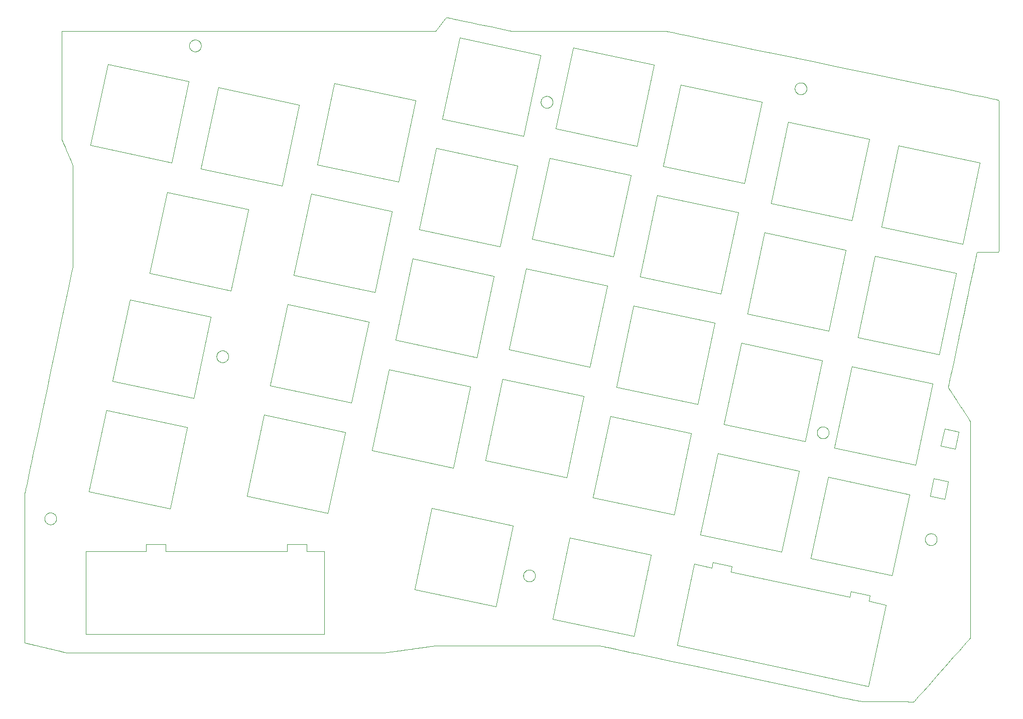
<source format=gm1>
G04 #@! TF.GenerationSoftware,KiCad,Pcbnew,(5.1.5-0-10_14)*
G04 #@! TF.CreationDate,2020-05-14T05:50:10+09:00*
G04 #@! TF.ProjectId,L-key-v02-001,4c2d6b65-792d-4763-9032-2d3030312e6b,rev?*
G04 #@! TF.SameCoordinates,Original*
G04 #@! TF.FileFunction,Profile,NP*
%FSLAX46Y46*%
G04 Gerber Fmt 4.6, Leading zero omitted, Abs format (unit mm)*
G04 Created by KiCad (PCBNEW (5.1.5-0-10_14)) date 2020-05-14 05:50:10*
%MOMM*%
%LPD*%
G04 APERTURE LIST*
%ADD10C,0.050000*%
G04 APERTURE END LIST*
D10*
X185843727Y-62527737D02*
X185794535Y-62526554D01*
X185794535Y-62526554D02*
X185747738Y-62523216D01*
X185747738Y-62523216D02*
X185702731Y-62517933D01*
X185702731Y-62517933D02*
X185659124Y-62510834D01*
X185659124Y-62510834D02*
X185616550Y-62501977D01*
X185616550Y-62501977D02*
X185575960Y-62491705D01*
X185575960Y-62491705D02*
X185536050Y-62479806D01*
X185536050Y-62479806D02*
X185496856Y-62466318D01*
X185496856Y-62466318D02*
X185458416Y-62451279D01*
X185458416Y-62451279D02*
X185423525Y-62436001D01*
X185423525Y-62436001D02*
X185385294Y-62417386D01*
X185385294Y-62417386D02*
X185350625Y-62398712D01*
X185350625Y-62398712D02*
X185313265Y-62376552D01*
X185313265Y-62376552D02*
X185282583Y-62356654D01*
X185282583Y-62356654D02*
X185252990Y-62335902D01*
X185252990Y-62335902D02*
X185224195Y-62314127D01*
X185224195Y-62314127D02*
X185196226Y-62291353D01*
X185196226Y-62291353D02*
X185166888Y-62265585D01*
X185166888Y-62265585D02*
X185140990Y-62241078D01*
X185140990Y-62241078D02*
X185115461Y-62215128D01*
X185115461Y-62215128D02*
X185090389Y-62187704D01*
X185090389Y-62187704D02*
X185065864Y-62158783D01*
X185065864Y-62158783D02*
X185043566Y-62130434D01*
X185043566Y-62130434D02*
X185022282Y-62101274D01*
X185022282Y-62101274D02*
X185002041Y-62071333D01*
X185002041Y-62071333D02*
X184982091Y-62039338D01*
X184982091Y-62039338D02*
X184963876Y-62007549D01*
X184963876Y-62007549D02*
X184946468Y-61974363D01*
X184946468Y-61974363D02*
X184929655Y-61939075D01*
X184929655Y-61939075D02*
X184914484Y-61903747D01*
X184914484Y-61903747D02*
X184900258Y-61866656D01*
X184900258Y-61866656D02*
X184887483Y-61828870D01*
X184887483Y-61828870D02*
X184875785Y-61788932D01*
X184875785Y-61788932D02*
X184865726Y-61748320D01*
X184865726Y-61748320D02*
X184857133Y-61705918D01*
X184857133Y-61705918D02*
X184850295Y-61662493D01*
X184850295Y-61662493D02*
X184845170Y-61616490D01*
X184845170Y-61616490D02*
X184842100Y-61568674D01*
X184842100Y-61568674D02*
X184841274Y-61527570D01*
X142010101Y-55880134D02*
X142010101Y-55880134D01*
X139098414Y-69574629D02*
X142010101Y-55880134D01*
X125404343Y-66663789D02*
X139098414Y-69574629D01*
X128315183Y-52969294D02*
X125404343Y-66663789D01*
X142010101Y-55880134D02*
X128315183Y-52969294D01*
X142027034Y-63597247D02*
X142036736Y-63555729D01*
X142036736Y-63555729D02*
X142047848Y-63515783D01*
X142047848Y-63515783D02*
X142061008Y-63475156D01*
X142061008Y-63475156D02*
X142074629Y-63438338D01*
X142074629Y-63438338D02*
X142089596Y-63402313D01*
X142089596Y-63402313D02*
X142105867Y-63367104D01*
X142105867Y-63367104D02*
X142123231Y-63333073D01*
X142123231Y-63333073D02*
X142141419Y-63300550D01*
X142141419Y-63300550D02*
X142160739Y-63268860D01*
X142160739Y-63268860D02*
X142181591Y-63237398D01*
X142181591Y-63237398D02*
X142202869Y-63207757D01*
X142202869Y-63207757D02*
X142225277Y-63178848D01*
X142225277Y-63178848D02*
X142248430Y-63151133D01*
X142248430Y-63151133D02*
X142272648Y-63124189D01*
X142272648Y-63124189D02*
X142298852Y-63097119D01*
X142298852Y-63097119D02*
X142324910Y-63072114D01*
X142324910Y-63072114D02*
X142351392Y-63048457D01*
X142351392Y-63048457D02*
X142379552Y-63025066D01*
X142379552Y-63025066D02*
X142408071Y-63003066D01*
X142408071Y-63003066D02*
X142437352Y-62982108D01*
X142437352Y-62982108D02*
X142468623Y-62961407D01*
X142468623Y-62961407D02*
X142501942Y-62941126D01*
X142501942Y-62941126D02*
X142534375Y-62923026D01*
X142534375Y-62923026D02*
X142568153Y-62905795D01*
X142568153Y-62905795D02*
X142609137Y-62886980D01*
X142609137Y-62886980D02*
X142645529Y-62872087D01*
X142645529Y-62872087D02*
X142682542Y-62858613D01*
X142682542Y-62858613D02*
X142720671Y-62846425D01*
X142720671Y-62846425D02*
X142760450Y-62835467D01*
X142760450Y-62835467D02*
X142803371Y-62825601D01*
X142803371Y-62825601D02*
X142849856Y-62817135D01*
X142849856Y-62817135D02*
X142894231Y-62811160D01*
X142894231Y-62811160D02*
X142941357Y-62807028D01*
X142941357Y-62807028D02*
X142989680Y-62805130D01*
X142989680Y-62805130D02*
X143040712Y-62805676D01*
X143040712Y-62805676D02*
X143089314Y-62808633D01*
X143089314Y-62808633D02*
X143134981Y-62813587D01*
X143134981Y-62813587D02*
X143179202Y-62820409D01*
X143179202Y-62820409D02*
X143213214Y-62827034D01*
X142797501Y-64783342D02*
X142755955Y-64773601D01*
X142755955Y-64773601D02*
X142715985Y-64762460D01*
X142715985Y-64762460D02*
X142675331Y-64749275D01*
X142675331Y-64749275D02*
X142638123Y-64735486D01*
X142638123Y-64735486D02*
X142602797Y-64720801D01*
X142602797Y-64720801D02*
X142565815Y-64703674D01*
X142565815Y-64703674D02*
X142531794Y-64686245D01*
X142531794Y-64686245D02*
X142499284Y-64667994D01*
X142499284Y-64667994D02*
X142467930Y-64648825D01*
X142467930Y-64648825D02*
X142437413Y-64628579D01*
X142437413Y-64628579D02*
X142407753Y-64607291D01*
X142407753Y-64607291D02*
X142376907Y-64583327D01*
X142376907Y-64583327D02*
X142346531Y-64557745D01*
X142346531Y-64557745D02*
X142319998Y-64533626D01*
X142319998Y-64533626D02*
X142292802Y-64507006D01*
X142292802Y-64507006D02*
X142267942Y-64480803D01*
X142267942Y-64480803D02*
X142244068Y-64453754D01*
X142244068Y-64453754D02*
X142221318Y-64426040D01*
X142221318Y-64426040D02*
X142197806Y-64395128D01*
X142197806Y-64395128D02*
X142176040Y-64364124D01*
X142176040Y-64364124D02*
X142155854Y-64332965D01*
X142155854Y-64332965D02*
X142136455Y-64300426D01*
X142136455Y-64300426D02*
X142118462Y-64267503D01*
X142118462Y-64267503D02*
X142101537Y-64233568D01*
X142101537Y-64233568D02*
X142084415Y-64195531D01*
X142084415Y-64195531D02*
X142069936Y-64159578D01*
X142069936Y-64159578D02*
X142056720Y-64122677D01*
X142056720Y-64122677D02*
X142044516Y-64083762D01*
X142044516Y-64083762D02*
X142033440Y-64042445D01*
X142033440Y-64042445D02*
X142024196Y-64000935D01*
X142024196Y-64000935D02*
X142016484Y-63957412D01*
X142016484Y-63957412D02*
X142010532Y-63911878D01*
X142010532Y-63911878D02*
X142006503Y-63862808D01*
X142006503Y-63862808D02*
X142004915Y-63813293D01*
X142004915Y-63813293D02*
X142005816Y-63763405D01*
X142005816Y-63763405D02*
X142008965Y-63716366D01*
X142008965Y-63716366D02*
X142014168Y-63670705D01*
X142014168Y-63670705D02*
X142021239Y-63626495D01*
X142021239Y-63626495D02*
X142027034Y-63597247D01*
X143982834Y-64013129D02*
X143973125Y-64054639D01*
X143973125Y-64054639D02*
X143962128Y-64094204D01*
X143962128Y-64094204D02*
X143949882Y-64132234D01*
X143949882Y-64132234D02*
X143934801Y-64173123D01*
X143934801Y-64173123D02*
X143919641Y-64209481D01*
X143919641Y-64209481D02*
X143903318Y-64244656D01*
X143903318Y-64244656D02*
X143885723Y-64278991D01*
X143885723Y-64278991D02*
X143867477Y-64311471D01*
X143867477Y-64311471D02*
X143846869Y-64345047D01*
X143846869Y-64345047D02*
X143826441Y-64375631D01*
X143826441Y-64375631D02*
X143804278Y-64406253D01*
X143804278Y-64406253D02*
X143781868Y-64434904D01*
X143781868Y-64434904D02*
X143758482Y-64462653D01*
X143758482Y-64462653D02*
X143734154Y-64489481D01*
X143734154Y-64489481D02*
X143709313Y-64514969D01*
X143709313Y-64514969D02*
X143682791Y-64540293D01*
X143682791Y-64540293D02*
X143654677Y-64565210D01*
X143654677Y-64565210D02*
X143627151Y-64587874D01*
X143627151Y-64587874D02*
X143595832Y-64611753D01*
X143595832Y-64611753D02*
X143566415Y-64632494D01*
X143566415Y-64632494D02*
X143535960Y-64652363D01*
X143535960Y-64652363D02*
X143502854Y-64672247D01*
X143502854Y-64672247D02*
X143469996Y-64690329D01*
X143469996Y-64690329D02*
X143435108Y-64707834D01*
X143435108Y-64707834D02*
X143400571Y-64723536D01*
X143400571Y-64723536D02*
X143364722Y-64738210D01*
X143364722Y-64738210D02*
X143327919Y-64751630D01*
X143327919Y-64751630D02*
X143289103Y-64764052D01*
X143289103Y-64764052D02*
X143248247Y-64775272D01*
X143248247Y-64775272D02*
X143206836Y-64784768D01*
X143206836Y-64784768D02*
X143164537Y-64792568D01*
X143164537Y-64792568D02*
X143119488Y-64798817D01*
X143119488Y-64798817D02*
X143073601Y-64803034D01*
X143073601Y-64803034D02*
X143025370Y-64805157D01*
X143025370Y-64805157D02*
X142972872Y-64804801D01*
X142972872Y-64804801D02*
X142924352Y-64801998D01*
X142924352Y-64801998D02*
X142878760Y-64797193D01*
X142878760Y-64797193D02*
X142834612Y-64790514D01*
X142834612Y-64790514D02*
X142797501Y-64783342D01*
X143213214Y-62827034D02*
X143256237Y-62837168D01*
X143256237Y-62837168D02*
X143295737Y-62848250D01*
X143295737Y-62848250D02*
X143335195Y-62861095D01*
X143335195Y-62861095D02*
X143371985Y-62874738D01*
X143371985Y-62874738D02*
X143407986Y-62889725D01*
X143407986Y-62889725D02*
X143442650Y-62905760D01*
X143442650Y-62905760D02*
X143475824Y-62922668D01*
X143475824Y-62922668D02*
X143508363Y-62940823D01*
X143508363Y-62940823D02*
X143539749Y-62959905D01*
X143539749Y-62959905D02*
X143570303Y-62980063D01*
X143570303Y-62980063D02*
X143599695Y-63001037D01*
X143599695Y-63001037D02*
X143630006Y-63024425D01*
X143630006Y-63024425D02*
X143659040Y-63048649D01*
X143659040Y-63048649D02*
X143685700Y-63072615D01*
X143685700Y-63072615D02*
X143713832Y-63099879D01*
X143713832Y-63099879D02*
X143739055Y-63126240D01*
X143739055Y-63126240D02*
X143765714Y-63156324D01*
X143765714Y-63156324D02*
X143788923Y-63184622D01*
X143788923Y-63184622D02*
X143812181Y-63215239D01*
X143812181Y-63215239D02*
X143833198Y-63245154D01*
X143833198Y-63245154D02*
X143858330Y-63284265D01*
X143858330Y-63284265D02*
X143877181Y-63316469D01*
X143877181Y-63316469D02*
X143895602Y-63350868D01*
X143895602Y-63350868D02*
X143912054Y-63384618D01*
X143912054Y-63384618D02*
X143927829Y-63420382D01*
X143927829Y-63420382D02*
X143942085Y-63456427D01*
X143942085Y-63456427D02*
X143955309Y-63494134D01*
X143955309Y-63494134D02*
X143967038Y-63532419D01*
X143967038Y-63532419D02*
X143977512Y-63572345D01*
X143977512Y-63572345D02*
X143986563Y-63613913D01*
X143986563Y-63613913D02*
X143994075Y-63657485D01*
X143994075Y-63657485D02*
X143999813Y-63703066D01*
X143999813Y-63703066D02*
X144003500Y-63750063D01*
X144003500Y-63750063D02*
X144004957Y-63798629D01*
X144004957Y-63798629D02*
X144003904Y-63850090D01*
X144003904Y-63850090D02*
X144000605Y-63897146D01*
X144000605Y-63897146D02*
X143995254Y-63942818D01*
X143995254Y-63942818D02*
X143988040Y-63987036D01*
X143988040Y-63987036D02*
X143982834Y-64013129D01*
X161138841Y-57510391D02*
X161138841Y-57510391D01*
X158228001Y-71204885D02*
X161138841Y-57510391D01*
X144533167Y-68294045D02*
X158228001Y-71204885D01*
X147444007Y-54599551D02*
X144533167Y-68294045D01*
X161138841Y-57510391D02*
X147444007Y-54599551D01*
X82642173Y-60307185D02*
X82642173Y-60307185D01*
X79731248Y-74001764D02*
X82642173Y-60307185D01*
X66036753Y-71090839D02*
X79731248Y-74001764D01*
X68947678Y-57396345D02*
X66036753Y-71090839D01*
X82642173Y-60307185D02*
X68947678Y-57396345D01*
X120899653Y-63570238D02*
X120899653Y-63570238D01*
X117988813Y-77264733D02*
X120899653Y-63570238D01*
X104294318Y-74353893D02*
X117988813Y-77264733D01*
X107205158Y-60659398D02*
X104294318Y-74353893D01*
X120899653Y-63570238D02*
X107205158Y-60659398D01*
X179276981Y-63801547D02*
X179276981Y-63801547D01*
X176366140Y-77496042D02*
X179276981Y-63801547D01*
X162671307Y-74585202D02*
X176366140Y-77496042D01*
X165582147Y-60890707D02*
X162671307Y-74585202D01*
X179276981Y-63801547D02*
X165582147Y-60890707D01*
X101275782Y-64267891D02*
X101275782Y-64267891D01*
X98364942Y-77962471D02*
X101275782Y-64267891D01*
X84670447Y-75051546D02*
X98364942Y-77962471D01*
X87581287Y-61357051D02*
X84670447Y-75051546D01*
X101275782Y-64267891D02*
X87581287Y-61357051D01*
X197415967Y-70090249D02*
X197415967Y-70090249D01*
X194505127Y-83784743D02*
X197415967Y-70090249D01*
X180810294Y-80873903D02*
X194505127Y-83784743D01*
X183721134Y-67179409D02*
X180810294Y-80873903D01*
X197415967Y-70090249D02*
X183721134Y-67179409D01*
X216049407Y-74050955D02*
X216049407Y-74050955D01*
X213138567Y-87745450D02*
X216049407Y-74050955D01*
X199443734Y-84834610D02*
X213138567Y-87745450D01*
X202355421Y-71140115D02*
X199443734Y-84834610D01*
X216049407Y-74050955D02*
X202355421Y-71140115D01*
X138049394Y-74513828D02*
X138049394Y-74513828D01*
X135137707Y-88208323D02*
X138049394Y-74513828D01*
X121443636Y-85297483D02*
X135137707Y-88208323D01*
X124354476Y-71602988D02*
X121443636Y-85297483D01*
X138049394Y-74513828D02*
X124354476Y-71602988D01*
X157178134Y-76144085D02*
X157178134Y-76144085D01*
X154267294Y-89838579D02*
X157178134Y-76144085D01*
X140572461Y-86927739D02*
X154267294Y-89838579D01*
X143483301Y-73233245D02*
X140572461Y-86927739D01*
X157178134Y-76144085D02*
X143483301Y-73233245D01*
X92656715Y-81911409D02*
X92656715Y-81911409D01*
X89745791Y-95605903D02*
X92656715Y-81911409D01*
X76051296Y-92695063D02*
X89745791Y-95605903D01*
X78962220Y-79000569D02*
X76051296Y-92695063D01*
X92656715Y-81911409D02*
X78962220Y-79000569D01*
X116938946Y-82203847D02*
X116938946Y-82203847D01*
X114028106Y-95898427D02*
X116938946Y-82203847D01*
X100333611Y-92987502D02*
X114028106Y-95898427D01*
X103244451Y-79293007D02*
X100333611Y-92987502D01*
X116938946Y-82203847D02*
X103244451Y-79293007D01*
X175316274Y-82435241D02*
X175316274Y-82435241D01*
X172405434Y-96129736D02*
X175316274Y-82435241D01*
X158710601Y-93218896D02*
X172405434Y-96129736D01*
X161621441Y-79524401D02*
X158710601Y-93218896D01*
X175316274Y-82435241D02*
X161621441Y-79524401D01*
X193455261Y-88723858D02*
X193455261Y-88723858D01*
X190544421Y-102418437D02*
X193455261Y-88723858D01*
X176849587Y-99507513D02*
X190544421Y-102418437D01*
X179760427Y-85813018D02*
X176849587Y-99507513D01*
X193455261Y-88723858D02*
X179760427Y-85813018D01*
X212088701Y-92684565D02*
X212088701Y-92684565D01*
X209177861Y-106379144D02*
X212088701Y-92684565D01*
X195483027Y-103468219D02*
X209177861Y-106379144D01*
X198394714Y-89773725D02*
X195483027Y-103468219D01*
X212088701Y-92684565D02*
X198394714Y-89773725D01*
X134088687Y-93147437D02*
X134088687Y-93147437D01*
X131177847Y-106841932D02*
X134088687Y-93147437D01*
X117482929Y-103931092D02*
X131177847Y-106841932D01*
X120393769Y-90236597D02*
X117482929Y-103931092D01*
X134088687Y-93147437D02*
X120393769Y-90236597D01*
X88519987Y-105733307D02*
X88519987Y-105733307D01*
X153217427Y-94777694D02*
X153217427Y-94777694D01*
X150306587Y-108472273D02*
X153217427Y-94777694D01*
X136611754Y-105561349D02*
X150306587Y-108472273D01*
X139522594Y-91866854D02*
X136611754Y-105561349D01*
X153217427Y-94777694D02*
X139522594Y-91866854D01*
X87333976Y-106503519D02*
X87343460Y-106462970D01*
X87343460Y-106462970D02*
X87354392Y-106423577D01*
X87354392Y-106423577D02*
X87367004Y-106384406D01*
X87367004Y-106384406D02*
X87381109Y-106346068D01*
X87381109Y-106346068D02*
X87396043Y-106310012D01*
X87396043Y-106310012D02*
X87412026Y-106275290D01*
X87412026Y-106275290D02*
X87428886Y-106242064D01*
X87428886Y-106242064D02*
X87446994Y-106209473D01*
X87446994Y-106209473D02*
X87466643Y-106177067D01*
X87466643Y-106177067D02*
X87487003Y-106146179D01*
X87487003Y-106146179D02*
X87508203Y-106116467D01*
X87508203Y-106116467D02*
X87530418Y-106087632D01*
X87530418Y-106087632D02*
X87553613Y-106059694D01*
X87553613Y-106059694D02*
X87577757Y-106032671D01*
X87577757Y-106032671D02*
X87606016Y-106003392D01*
X87606016Y-106003392D02*
X87632073Y-105978387D01*
X87632073Y-105978387D02*
X87658554Y-105954730D01*
X87658554Y-105954730D02*
X87686711Y-105931339D01*
X87686711Y-105931339D02*
X87715227Y-105909339D01*
X87715227Y-105909339D02*
X87744809Y-105888168D01*
X87744809Y-105888168D02*
X87775763Y-105867680D01*
X87775763Y-105867680D02*
X87810369Y-105846644D01*
X87810369Y-105846644D02*
X87843153Y-105828416D01*
X87843153Y-105828416D02*
X87876950Y-105811248D01*
X87876950Y-105811248D02*
X87914851Y-105793851D01*
X87914851Y-105793851D02*
X87951032Y-105778974D01*
X87951032Y-105778974D02*
X87988180Y-105765377D01*
X87988180Y-105765377D02*
X88026632Y-105753022D01*
X88026632Y-105753022D02*
X88065825Y-105742159D01*
X88065825Y-105742159D02*
X88108891Y-105732182D01*
X88108891Y-105732182D02*
X88153826Y-105723889D01*
X88153826Y-105723889D02*
X88200812Y-105717475D01*
X88200812Y-105717475D02*
X88246753Y-105713401D01*
X88246753Y-105713401D02*
X88296201Y-105711409D01*
X88296201Y-105711409D02*
X88346028Y-105711894D01*
X88346028Y-105711894D02*
X88394593Y-105714774D01*
X88394593Y-105714774D02*
X88440225Y-105719653D01*
X88440225Y-105719653D02*
X88484415Y-105726404D01*
X88484415Y-105726404D02*
X88519987Y-105733307D01*
X88104189Y-107689615D02*
X88061507Y-107679574D01*
X88061507Y-107679574D02*
X88021583Y-107668388D01*
X88021583Y-107668388D02*
X87983584Y-107656064D01*
X87983584Y-107656064D02*
X87946735Y-107642475D01*
X87946735Y-107642475D02*
X87910678Y-107627543D01*
X87910678Y-107627543D02*
X87875432Y-107611301D01*
X87875432Y-107611301D02*
X87840177Y-107593336D01*
X87840177Y-107593336D02*
X87807483Y-107575043D01*
X87807483Y-107575043D02*
X87775792Y-107555713D01*
X87775792Y-107555713D02*
X87745582Y-107535716D01*
X87745582Y-107535716D02*
X87715904Y-107514472D01*
X87715904Y-107514472D02*
X87686954Y-107492094D01*
X87686954Y-107492094D02*
X87658058Y-107467990D01*
X87658058Y-107467990D02*
X87627809Y-107440675D01*
X87627809Y-107440675D02*
X87600862Y-107414353D01*
X87600862Y-107414353D02*
X87575976Y-107388186D01*
X87575976Y-107388186D02*
X87551099Y-107360027D01*
X87551099Y-107360027D02*
X87528360Y-107332313D01*
X87528360Y-107332313D02*
X87505526Y-107302310D01*
X87505526Y-107302310D02*
X87483946Y-107271641D01*
X87483946Y-107271641D02*
X87464118Y-107241148D01*
X87464118Y-107241148D02*
X87445029Y-107209304D01*
X87445029Y-107209304D02*
X87427206Y-107176931D01*
X87427206Y-107176931D02*
X87410251Y-107143230D01*
X87410251Y-107143230D02*
X87394034Y-107107679D01*
X87394034Y-107107679D02*
X87379196Y-107071476D01*
X87379196Y-107071476D02*
X87365640Y-107034308D01*
X87365640Y-107034308D02*
X87353329Y-106995837D01*
X87353329Y-106995837D02*
X87342372Y-106956071D01*
X87342372Y-106956071D02*
X87332893Y-106915031D01*
X87332893Y-106915031D02*
X87324766Y-106871225D01*
X87324766Y-106871225D02*
X87318636Y-106827298D01*
X87318636Y-106827298D02*
X87314324Y-106781009D01*
X87314324Y-106781009D02*
X87312133Y-106731982D01*
X87312133Y-106731982D02*
X87312389Y-106682181D01*
X87312389Y-106682181D02*
X87315042Y-106633633D01*
X87315042Y-106633633D02*
X87319706Y-106588013D01*
X87319706Y-106588013D02*
X87326247Y-106543829D01*
X87326247Y-106543829D02*
X87333976Y-106503519D01*
X89290284Y-106919402D02*
X89280537Y-106960912D01*
X89280537Y-106960912D02*
X89269391Y-107000858D01*
X89269391Y-107000858D02*
X89257101Y-107038879D01*
X89257101Y-107038879D02*
X89242548Y-107078304D01*
X89242548Y-107078304D02*
X89227559Y-107114330D01*
X89227559Y-107114330D02*
X89211261Y-107149538D01*
X89211261Y-107149538D02*
X89193696Y-107183906D01*
X89193696Y-107183906D02*
X89175478Y-107216421D01*
X89175478Y-107216421D02*
X89155721Y-107248746D01*
X89155721Y-107248746D02*
X89135473Y-107279245D01*
X89135473Y-107279245D02*
X89114410Y-107308579D01*
X89114410Y-107308579D02*
X89089860Y-107340147D01*
X89089860Y-107340147D02*
X89066621Y-107367787D01*
X89066621Y-107367787D02*
X89042319Y-107394654D01*
X89042319Y-107394654D02*
X89017505Y-107420182D01*
X89017505Y-107420182D02*
X88991008Y-107445546D01*
X88991008Y-107445546D02*
X88961635Y-107471603D01*
X88961635Y-107471603D02*
X88933655Y-107494613D01*
X88933655Y-107494613D02*
X88902915Y-107518026D01*
X88902915Y-107518026D02*
X88873488Y-107538767D01*
X88873488Y-107538767D02*
X88842388Y-107559035D01*
X88842388Y-107559035D02*
X88809910Y-107578520D01*
X88809910Y-107578520D02*
X88777041Y-107596602D01*
X88777041Y-107596602D02*
X88741127Y-107614591D01*
X88741127Y-107614591D02*
X88706215Y-107630404D01*
X88706215Y-107630404D02*
X88670329Y-107645026D01*
X88670329Y-107645026D02*
X88633312Y-107658450D01*
X88633312Y-107658450D02*
X88594640Y-107670755D01*
X88594640Y-107670755D02*
X88554852Y-107681637D01*
X88554852Y-107681637D02*
X88512300Y-107691348D01*
X88512300Y-107691348D02*
X88468834Y-107699265D01*
X88468834Y-107699265D02*
X88423736Y-107705393D01*
X88423736Y-107705393D02*
X88377413Y-107709512D01*
X88377413Y-107709512D02*
X88329325Y-107711483D01*
X88329325Y-107711483D02*
X88279703Y-107711074D01*
X88279703Y-107711074D02*
X88231146Y-107708271D01*
X88231146Y-107708271D02*
X88185519Y-107703466D01*
X88185519Y-107703466D02*
X88139753Y-107696511D01*
X88139753Y-107696511D02*
X88104189Y-107689615D01*
X88519987Y-105733307D02*
X88561504Y-105743041D01*
X88561504Y-105743041D02*
X88601644Y-105754238D01*
X88601644Y-105754238D02*
X88640600Y-105766852D01*
X88640600Y-105766852D02*
X88678548Y-105780870D01*
X88678548Y-105780870D02*
X88714942Y-105796001D01*
X88714942Y-105796001D02*
X88749632Y-105812038D01*
X88749632Y-105812038D02*
X88783168Y-105829128D01*
X88783168Y-105829128D02*
X88816715Y-105847877D01*
X88816715Y-105847877D02*
X88848410Y-105867211D01*
X88848410Y-105867211D02*
X88878780Y-105887318D01*
X88878780Y-105887318D02*
X88909214Y-105909136D01*
X88909214Y-105909136D02*
X88938282Y-105931662D01*
X88938282Y-105931662D02*
X88965863Y-105954691D01*
X88965863Y-105954691D02*
X88992405Y-105978523D01*
X88992405Y-105978523D02*
X89018040Y-106003240D01*
X89018040Y-106003240D02*
X89044153Y-106030330D01*
X89044153Y-106030330D02*
X89068219Y-106057206D01*
X89068219Y-106057206D02*
X89092930Y-106086955D01*
X89092930Y-106086955D02*
X89115123Y-106115800D01*
X89115123Y-106115800D02*
X89137526Y-106147274D01*
X89137526Y-106147274D02*
X89158298Y-106178939D01*
X89158298Y-106178939D02*
X89177775Y-106211205D01*
X89177775Y-106211205D02*
X89196390Y-106244854D01*
X89196390Y-106244854D02*
X89213223Y-106278194D01*
X89213223Y-106278194D02*
X89228975Y-106312514D01*
X89228975Y-106312514D02*
X89244057Y-106349018D01*
X89244057Y-106349018D02*
X89257587Y-106385789D01*
X89257587Y-106385789D02*
X89270015Y-106424217D01*
X89270015Y-106424217D02*
X89281091Y-106463940D01*
X89281091Y-106463940D02*
X89290695Y-106504942D01*
X89290695Y-106504942D02*
X89298705Y-106547206D01*
X89298705Y-106547206D02*
X89305037Y-106591081D01*
X89305037Y-106591081D02*
X89309535Y-106636940D01*
X89309535Y-106636940D02*
X89311948Y-106684758D01*
X89311948Y-106684758D02*
X89311970Y-106736071D01*
X89311970Y-106736071D02*
X89309554Y-106784586D01*
X89309554Y-106784586D02*
X89304923Y-106831761D01*
X89304923Y-106831761D02*
X89298534Y-106875933D01*
X89298534Y-106875933D02*
X89290451Y-106918610D01*
X89290451Y-106918610D02*
X89290284Y-106919402D01*
X86365559Y-100049718D02*
X86365559Y-100049718D01*
X83454634Y-113744213D02*
X86365559Y-100049718D01*
X69766405Y-110834727D02*
X83454634Y-113744213D01*
X72677329Y-97140233D02*
X69766405Y-110834727D01*
X86365559Y-100049718D02*
X72677329Y-97140233D01*
X112978239Y-100837541D02*
X112978239Y-100837541D01*
X110067399Y-114532036D02*
X112978239Y-100837541D01*
X96372905Y-111621197D02*
X110067399Y-114532036D01*
X99283745Y-97926701D02*
X96372905Y-111621197D01*
X112978239Y-100837541D02*
X99283745Y-97926701D01*
X171355567Y-101068851D02*
X171355567Y-101068851D01*
X168444727Y-114763431D02*
X171355567Y-101068851D01*
X154749894Y-111852505D02*
X168444727Y-114763431D01*
X157660734Y-98158011D02*
X154749894Y-111852505D01*
X171355567Y-101068851D02*
X157660734Y-98158011D01*
X189793427Y-118560476D02*
X189793427Y-118560476D01*
X189494554Y-107357552D02*
X189494554Y-107357552D01*
X186583714Y-121051962D02*
X189494554Y-107357552D01*
X172888881Y-118141207D02*
X186583714Y-121051962D01*
X175799721Y-104446712D02*
X172888881Y-118141207D01*
X189494554Y-107357552D02*
X175799721Y-104446712D01*
X188607247Y-119330689D02*
X188616949Y-119289171D01*
X188616949Y-119289171D02*
X188628061Y-119249225D01*
X188628061Y-119249225D02*
X188641221Y-119208598D01*
X188641221Y-119208598D02*
X188654842Y-119171780D01*
X188654842Y-119171780D02*
X188669809Y-119135755D01*
X188669809Y-119135755D02*
X188686080Y-119100546D01*
X188686080Y-119100546D02*
X188703444Y-119066515D01*
X188703444Y-119066515D02*
X188721632Y-119033992D01*
X188721632Y-119033992D02*
X188740952Y-119002302D01*
X188740952Y-119002302D02*
X188761804Y-118970840D01*
X188761804Y-118970840D02*
X188783082Y-118941199D01*
X188783082Y-118941199D02*
X188805490Y-118912290D01*
X188805490Y-118912290D02*
X188828643Y-118884575D01*
X188828643Y-118884575D02*
X188852861Y-118857631D01*
X188852861Y-118857631D02*
X188879065Y-118830561D01*
X188879065Y-118830561D02*
X188905123Y-118805556D01*
X188905123Y-118805556D02*
X188931605Y-118781899D01*
X188931605Y-118781899D02*
X188959765Y-118758508D01*
X188959765Y-118758508D02*
X188988284Y-118736508D01*
X188988284Y-118736508D02*
X189017565Y-118715550D01*
X189017565Y-118715550D02*
X189048836Y-118694849D01*
X189048836Y-118694849D02*
X189082155Y-118674568D01*
X189082155Y-118674568D02*
X189114588Y-118656468D01*
X189114588Y-118656468D02*
X189148366Y-118639237D01*
X189148366Y-118639237D02*
X189189350Y-118620422D01*
X189189350Y-118620422D02*
X189225742Y-118605529D01*
X189225742Y-118605529D02*
X189262755Y-118592055D01*
X189262755Y-118592055D02*
X189300884Y-118579867D01*
X189300884Y-118579867D02*
X189340663Y-118568909D01*
X189340663Y-118568909D02*
X189383584Y-118559043D01*
X189383584Y-118559043D02*
X189430069Y-118550577D01*
X189430069Y-118550577D02*
X189474444Y-118544602D01*
X189474444Y-118544602D02*
X189521570Y-118540470D01*
X189521570Y-118540470D02*
X189569893Y-118538572D01*
X189569893Y-118538572D02*
X189620925Y-118539118D01*
X189620925Y-118539118D02*
X189669527Y-118542075D01*
X189669527Y-118542075D02*
X189715194Y-118547029D01*
X189715194Y-118547029D02*
X189759415Y-118553851D01*
X189759415Y-118553851D02*
X189793427Y-118560476D01*
X189376867Y-120516869D02*
X189335386Y-120507098D01*
X189335386Y-120507098D02*
X189295475Y-120495931D01*
X189295475Y-120495931D02*
X189257483Y-120483624D01*
X189257483Y-120483624D02*
X189219545Y-120469628D01*
X189219545Y-120469628D02*
X189183871Y-120454838D01*
X189183871Y-120454838D02*
X189148293Y-120438427D01*
X189148293Y-120438427D02*
X189112552Y-120420179D01*
X189112552Y-120420179D02*
X189080385Y-120402150D01*
X189080385Y-120402150D02*
X189049035Y-120383019D01*
X189049035Y-120383019D02*
X189018358Y-120362706D01*
X189018358Y-120362706D02*
X188987637Y-120340661D01*
X188987637Y-120340661D02*
X188958885Y-120318362D01*
X188958885Y-120318362D02*
X188931032Y-120295089D01*
X188931032Y-120295089D02*
X188901894Y-120268809D01*
X188901894Y-120268809D02*
X188876241Y-120243866D01*
X188876241Y-120243866D02*
X188851019Y-120217511D01*
X188851019Y-120217511D02*
X188827041Y-120190572D01*
X188827041Y-120190572D02*
X188802432Y-120160763D01*
X188802432Y-120160763D02*
X188779441Y-120130653D01*
X188779441Y-120130653D02*
X188756875Y-120098629D01*
X188756875Y-120098629D02*
X188737161Y-120068300D01*
X188737161Y-120068300D02*
X188718076Y-120036465D01*
X188718076Y-120036465D02*
X188700259Y-120004103D01*
X188700259Y-120004103D02*
X188683308Y-119970411D01*
X188683308Y-119970411D02*
X188667100Y-119934869D01*
X188667100Y-119934869D02*
X188652471Y-119899202D01*
X188652471Y-119899202D02*
X188638719Y-119861516D01*
X188638719Y-119861516D02*
X188626308Y-119822692D01*
X188626308Y-119822692D02*
X188615466Y-119783296D01*
X188615466Y-119783296D02*
X188605918Y-119741888D01*
X188605918Y-119741888D02*
X188597456Y-119695820D01*
X188597456Y-119695820D02*
X188591412Y-119651486D01*
X188591412Y-119651486D02*
X188587284Y-119605554D01*
X188587284Y-119605554D02*
X188585211Y-119554559D01*
X188585211Y-119554559D02*
X188585721Y-119504720D01*
X188585721Y-119504720D02*
X188588628Y-119456139D01*
X188588628Y-119456139D02*
X188593535Y-119410486D01*
X188593535Y-119410486D02*
X188600317Y-119366275D01*
X188600317Y-119366275D02*
X188607247Y-119330689D01*
X190563047Y-119746571D02*
X190553338Y-119788095D01*
X190553338Y-119788095D02*
X190542227Y-119828048D01*
X190542227Y-119828048D02*
X190529066Y-119868683D01*
X190529066Y-119868683D02*
X190515443Y-119905506D01*
X190515443Y-119905506D02*
X190500479Y-119941534D01*
X190500479Y-119941534D02*
X190484373Y-119976393D01*
X190484373Y-119976393D02*
X190467385Y-120009751D01*
X190467385Y-120009751D02*
X190449231Y-120042297D01*
X190449231Y-120042297D02*
X190429538Y-120074656D01*
X190429538Y-120074656D02*
X190409239Y-120105340D01*
X190409239Y-120105340D02*
X190385384Y-120138502D01*
X190385384Y-120138502D02*
X190363011Y-120167184D01*
X190363011Y-120167184D02*
X190339659Y-120194962D01*
X190339659Y-120194962D02*
X190315364Y-120221824D01*
X190315364Y-120221824D02*
X190290553Y-120247344D01*
X190290553Y-120247344D02*
X190264058Y-120272700D01*
X190264058Y-120272700D02*
X190234686Y-120298748D01*
X190234686Y-120298748D02*
X190206705Y-120321750D01*
X190206705Y-120321750D02*
X190174752Y-120346039D01*
X190174752Y-120346039D02*
X190145288Y-120366727D01*
X190145288Y-120366727D02*
X190114789Y-120386545D01*
X190114789Y-120386545D02*
X190082938Y-120405625D01*
X190082938Y-120405625D02*
X190050061Y-120423702D01*
X190050061Y-120423702D02*
X190016508Y-120440551D01*
X190016508Y-120440551D02*
X189980938Y-120456750D01*
X189980938Y-120456750D02*
X189944718Y-120471568D01*
X189944718Y-120471568D02*
X189907531Y-120485107D01*
X189907531Y-120485107D02*
X189869404Y-120497298D01*
X189869404Y-120497298D02*
X189828520Y-120508534D01*
X189828520Y-120508534D02*
X189786703Y-120518128D01*
X189786703Y-120518128D02*
X189743233Y-120526118D01*
X189743233Y-120526118D02*
X189699271Y-120532191D01*
X189699271Y-120532191D02*
X189653333Y-120536420D01*
X189653333Y-120536420D02*
X189605436Y-120538549D01*
X189605436Y-120538549D02*
X189555611Y-120538319D01*
X189555611Y-120538319D02*
X189507043Y-120535692D01*
X189507043Y-120535692D02*
X189461400Y-120531061D01*
X189461400Y-120531061D02*
X189417194Y-120524555D01*
X189417194Y-120524555D02*
X189376867Y-120516869D01*
X189793427Y-118560476D02*
X189836450Y-118570610D01*
X189836450Y-118570610D02*
X189875950Y-118581692D01*
X189875950Y-118581692D02*
X189915408Y-118594537D01*
X189915408Y-118594537D02*
X189952198Y-118608180D01*
X189952198Y-118608180D02*
X189988199Y-118623167D01*
X189988199Y-118623167D02*
X190022863Y-118639202D01*
X190022863Y-118639202D02*
X190056037Y-118656110D01*
X190056037Y-118656110D02*
X190088576Y-118674265D01*
X190088576Y-118674265D02*
X190119962Y-118693347D01*
X190119962Y-118693347D02*
X190150516Y-118713505D01*
X190150516Y-118713505D02*
X190179908Y-118734479D01*
X190179908Y-118734479D02*
X190210219Y-118757867D01*
X190210219Y-118757867D02*
X190239253Y-118782091D01*
X190239253Y-118782091D02*
X190265913Y-118806057D01*
X190265913Y-118806057D02*
X190294045Y-118833321D01*
X190294045Y-118833321D02*
X190319268Y-118859682D01*
X190319268Y-118859682D02*
X190345927Y-118889766D01*
X190345927Y-118889766D02*
X190369136Y-118918064D01*
X190369136Y-118918064D02*
X190392394Y-118948681D01*
X190392394Y-118948681D02*
X190413411Y-118978596D01*
X190413411Y-118978596D02*
X190438543Y-119017707D01*
X190438543Y-119017707D02*
X190457394Y-119049911D01*
X190457394Y-119049911D02*
X190475815Y-119084310D01*
X190475815Y-119084310D02*
X190492267Y-119118060D01*
X190492267Y-119118060D02*
X190508042Y-119153824D01*
X190508042Y-119153824D02*
X190522298Y-119189869D01*
X190522298Y-119189869D02*
X190535522Y-119227576D01*
X190535522Y-119227576D02*
X190547251Y-119265861D01*
X190547251Y-119265861D02*
X190557725Y-119305787D01*
X190557725Y-119305787D02*
X190566776Y-119347355D01*
X190566776Y-119347355D02*
X190574288Y-119390927D01*
X190574288Y-119390927D02*
X190580026Y-119436508D01*
X190580026Y-119436508D02*
X190583713Y-119483505D01*
X190583713Y-119483505D02*
X190585170Y-119532071D01*
X190585170Y-119532071D02*
X190584117Y-119583532D01*
X190584117Y-119583532D02*
X190580818Y-119630588D01*
X190580818Y-119630588D02*
X190575467Y-119676260D01*
X190575467Y-119676260D02*
X190568253Y-119720478D01*
X190568253Y-119720478D02*
X190563047Y-119746571D01*
X212527274Y-119380727D02*
X212527274Y-119380727D01*
X211903281Y-122315189D02*
X212527274Y-119380727D01*
X209470807Y-121797875D02*
X211903281Y-122315189D01*
X210093954Y-118863583D02*
X209470807Y-121797875D01*
X212527274Y-119380727D02*
X210093954Y-118863583D01*
X208127994Y-111318259D02*
X208127994Y-111318259D01*
X205217154Y-125012669D02*
X208127994Y-111318259D01*
X191523167Y-122101829D02*
X205217154Y-125012669D01*
X194434007Y-108407419D02*
X191523167Y-122101829D01*
X208127994Y-111318259D02*
X194434007Y-108407419D01*
X130127557Y-111781131D02*
X130127557Y-111781131D01*
X127216717Y-125475795D02*
X130127557Y-111781131D01*
X113522223Y-122564955D02*
X127216717Y-125475795D01*
X116433063Y-108870291D02*
X113522223Y-122564955D01*
X130127557Y-111781131D02*
X116433063Y-108870291D01*
X149256721Y-113411388D02*
X149256721Y-113411388D01*
X146345881Y-127105629D02*
X149256721Y-113411388D01*
X132651047Y-124194789D02*
X146345881Y-127105629D01*
X135561887Y-110500548D02*
X132651047Y-124194789D01*
X149256721Y-113411388D02*
X135561887Y-110500548D01*
X210733187Y-127821062D02*
X210733187Y-127821062D01*
X210109194Y-130755609D02*
X210733187Y-127821062D01*
X207676721Y-130238295D02*
X210109194Y-130755609D01*
X208299867Y-127303749D02*
X207676721Y-130238295D01*
X210733187Y-127821062D02*
X208299867Y-127303749D01*
X82407392Y-118683920D02*
X82407392Y-118683920D01*
X79496552Y-132378669D02*
X82407392Y-118683920D01*
X65802057Y-129467829D02*
X79496552Y-132378669D01*
X68712897Y-115773080D02*
X65802057Y-129467829D01*
X82407392Y-118683920D02*
X68712897Y-115773080D01*
X109017533Y-119471235D02*
X109017533Y-119471235D01*
X106106693Y-133166069D02*
X109017533Y-119471235D01*
X92412198Y-130255229D02*
X106106693Y-133166069D01*
X95323038Y-116560396D02*
X92412198Y-130255229D01*
X109017533Y-119471235D02*
X95323038Y-116560396D01*
X167394861Y-119702545D02*
X167394861Y-119702545D01*
X164484021Y-133397209D02*
X167394861Y-119702545D01*
X150789187Y-130486369D02*
X164484021Y-133397209D01*
X153700027Y-116791705D02*
X150789187Y-130486369D01*
X167394861Y-119702545D02*
X153700027Y-116791705D01*
X59302959Y-135047362D02*
X59302959Y-135047362D01*
X207813881Y-138553409D02*
X207813881Y-138553409D01*
X60301179Y-134047449D02*
X60299973Y-134096956D01*
X60299973Y-134096956D02*
X60296551Y-134144262D01*
X60296551Y-134144262D02*
X60291183Y-134189369D01*
X60291183Y-134189369D02*
X60283985Y-134233069D01*
X60283985Y-134233069D02*
X60275272Y-134274595D01*
X60275272Y-134274595D02*
X60264964Y-134315094D01*
X60264964Y-134315094D02*
X60253147Y-134354547D01*
X60253147Y-134354547D02*
X60240167Y-134392221D01*
X60240167Y-134392221D02*
X60223989Y-134433416D01*
X60223989Y-134433416D02*
X60208639Y-134468193D01*
X60208639Y-134468193D02*
X60192026Y-134502263D01*
X60192026Y-134502263D02*
X60174175Y-134535590D01*
X60174175Y-134535590D02*
X60154331Y-134569435D01*
X60154331Y-134569435D02*
X60134679Y-134600220D01*
X60134679Y-134600220D02*
X60113512Y-134630837D01*
X60113512Y-134630837D02*
X60091943Y-134659720D01*
X60091943Y-134659720D02*
X60069373Y-134687787D01*
X60069373Y-134687787D02*
X60045703Y-134715145D01*
X60045703Y-134715145D02*
X60021339Y-134741359D01*
X60021339Y-134741359D02*
X59995928Y-134766811D01*
X59995928Y-134766811D02*
X59969625Y-134791339D01*
X59969625Y-134791339D02*
X59940154Y-134816841D01*
X59940154Y-134816841D02*
X59912074Y-134839359D01*
X59912074Y-134839359D02*
X59883188Y-134860875D01*
X59883188Y-134860875D02*
X59853515Y-134881358D01*
X59853515Y-134881358D02*
X59822924Y-134900881D01*
X59822924Y-134900881D02*
X59790942Y-134919679D01*
X59790942Y-134919679D02*
X59757212Y-134937827D01*
X59757212Y-134937827D02*
X59720667Y-134955658D01*
X59720667Y-134955658D02*
X59684546Y-134971515D01*
X59684546Y-134971515D02*
X59646269Y-134986493D01*
X59646269Y-134986493D02*
X59608708Y-134999448D01*
X59608708Y-134999448D02*
X59569385Y-135011241D01*
X59569385Y-135011241D02*
X59528658Y-135021612D01*
X59528658Y-135021612D02*
X59486524Y-135030431D01*
X59486524Y-135030431D02*
X59443189Y-135037534D01*
X59443189Y-135037534D02*
X59397689Y-135042899D01*
X59397689Y-135042899D02*
X59350206Y-135046254D01*
X59350206Y-135046254D02*
X59302959Y-135047362D01*
X59302959Y-133047535D02*
X59352197Y-133048735D01*
X59352197Y-133048735D02*
X59398870Y-133052114D01*
X59398870Y-133052114D02*
X59446290Y-133057816D01*
X59446290Y-133057816D02*
X59489582Y-133065063D01*
X59489582Y-133065063D02*
X59532606Y-133074246D01*
X59532606Y-133074246D02*
X59573458Y-133084849D01*
X59573458Y-133084849D02*
X59613075Y-133096939D01*
X59613075Y-133096939D02*
X59650559Y-133110082D01*
X59650559Y-133110082D02*
X59687000Y-133124516D01*
X59687000Y-133124516D02*
X59723416Y-133140644D01*
X59723416Y-133140644D02*
X59757381Y-133157305D01*
X59757381Y-133157305D02*
X59790614Y-133175200D01*
X59790614Y-133175200D02*
X59822765Y-133194106D01*
X59822765Y-133194106D02*
X59853515Y-133213749D01*
X59853515Y-133213749D02*
X59883492Y-133234471D01*
X59883492Y-133234471D02*
X59913261Y-133256705D01*
X59913261Y-133256705D02*
X59941306Y-133279285D01*
X59941306Y-133279285D02*
X59968510Y-133302841D01*
X59968510Y-133302841D02*
X59998081Y-133330476D01*
X59998081Y-133330476D02*
X60023415Y-133356018D01*
X60023415Y-133356018D02*
X60047828Y-133382456D01*
X60047828Y-133382456D02*
X60071292Y-133409760D01*
X60071292Y-133409760D02*
X60093549Y-133437605D01*
X60093549Y-133437605D02*
X60115263Y-133466862D01*
X60115263Y-133466862D02*
X60135821Y-133496763D01*
X60135821Y-133496763D02*
X60155904Y-133528403D01*
X60155904Y-133528403D02*
X60174360Y-133560003D01*
X60174360Y-133560003D02*
X60192026Y-133592999D01*
X60192026Y-133592999D02*
X60208639Y-133627059D01*
X60208639Y-133627059D02*
X60224430Y-133662883D01*
X60224430Y-133662883D02*
X60239107Y-133700138D01*
X60239107Y-133700138D02*
X60252200Y-133737739D01*
X60252200Y-133737739D02*
X60263927Y-133776374D01*
X60263927Y-133776374D02*
X60274296Y-133816407D01*
X60274296Y-133816407D02*
X60283332Y-133858599D01*
X60283332Y-133858599D02*
X60290680Y-133902205D01*
X60290680Y-133902205D02*
X60296203Y-133947214D01*
X60296203Y-133947214D02*
X60299915Y-133996808D01*
X60299915Y-133996808D02*
X60301178Y-134047044D01*
X60301178Y-134047044D02*
X60301179Y-134047449D01*
X58301183Y-134047449D02*
X58302353Y-133998603D01*
X58302353Y-133998603D02*
X58305806Y-133950762D01*
X58305806Y-133950762D02*
X58311228Y-133905315D01*
X58311228Y-133905315D02*
X58318665Y-133860514D01*
X58318665Y-133860514D02*
X58327447Y-133819048D01*
X58327447Y-133819048D02*
X58337821Y-133778602D01*
X58337821Y-133778602D02*
X58349589Y-133739563D01*
X58349589Y-133739563D02*
X58362757Y-133701572D01*
X58362757Y-133701572D02*
X58378422Y-133661830D01*
X58378422Y-133661830D02*
X58393786Y-133627059D01*
X58393786Y-133627059D02*
X58410423Y-133592999D01*
X58410423Y-133592999D02*
X58428298Y-133559673D01*
X58428298Y-133559673D02*
X58446792Y-133528080D01*
X58446792Y-133528080D02*
X58467646Y-133495353D01*
X58467646Y-133495353D02*
X58488182Y-133465638D01*
X58488182Y-133465638D02*
X58509749Y-133436714D01*
X58509749Y-133436714D02*
X58533286Y-133407452D01*
X58533286Y-133407452D02*
X58556881Y-133380220D01*
X58556881Y-133380220D02*
X58581168Y-133354126D01*
X58581168Y-133354126D02*
X58606902Y-133328389D01*
X58606902Y-133328389D02*
X58633273Y-133303843D01*
X58633273Y-133303843D02*
X58660228Y-133280487D01*
X58660228Y-133280487D02*
X58691877Y-133255097D01*
X58691877Y-133255097D02*
X58723641Y-133231633D01*
X58723641Y-133231633D02*
X58753505Y-133211261D01*
X58753505Y-133211261D02*
X58786391Y-133190582D01*
X58786391Y-133190582D02*
X58819461Y-133171523D01*
X58819461Y-133171523D02*
X58852630Y-133154043D01*
X58852630Y-133154043D02*
X58887211Y-133137463D01*
X58887211Y-133137463D02*
X58923571Y-133121749D01*
X58923571Y-133121749D02*
X58960659Y-133107442D01*
X58960659Y-133107442D02*
X58998439Y-133094579D01*
X58998439Y-133094579D02*
X59038372Y-133082787D01*
X59038372Y-133082787D02*
X59078601Y-133072712D01*
X59078601Y-133072712D02*
X59120609Y-133064061D01*
X59120609Y-133064061D02*
X59166754Y-133056698D01*
X59166754Y-133056698D02*
X59211989Y-133051600D01*
X59211989Y-133051600D02*
X59259214Y-133048468D01*
X59259214Y-133048468D02*
X59302959Y-133047535D01*
X59302959Y-135047362D02*
X59253805Y-135046179D01*
X59253805Y-135046179D02*
X59206054Y-135042749D01*
X59206054Y-135042749D02*
X59160510Y-135037342D01*
X59160510Y-135037342D02*
X59117533Y-135030288D01*
X59117533Y-135030288D02*
X59074814Y-135021348D01*
X59074814Y-135021348D02*
X59033901Y-135010932D01*
X59033901Y-135010932D02*
X58994045Y-134998977D01*
X58994045Y-134998977D02*
X58953471Y-134984904D01*
X58953471Y-134984904D02*
X58917400Y-134970711D01*
X58917400Y-134970711D02*
X58879273Y-134953901D01*
X58879273Y-134953901D02*
X58844859Y-134937048D01*
X58844859Y-134937048D02*
X58810541Y-134918567D01*
X58810541Y-134918567D02*
X58777687Y-134899206D01*
X58777687Y-134899206D02*
X58745966Y-134878855D01*
X58745966Y-134878855D02*
X58715989Y-134858021D01*
X58715989Y-134858021D02*
X58685051Y-134834751D01*
X58685051Y-134834751D02*
X58657064Y-134812025D01*
X58657064Y-134812025D02*
X58630207Y-134788577D01*
X58630207Y-134788577D02*
X58603669Y-134763681D01*
X58603669Y-134763681D02*
X58578310Y-134738114D01*
X58578310Y-134738114D02*
X58553879Y-134711652D01*
X58553879Y-134711652D02*
X58530406Y-134684325D01*
X58530406Y-134684325D02*
X58507913Y-134656154D01*
X58507913Y-134656154D02*
X58486431Y-134627171D01*
X58486431Y-134627171D02*
X58465360Y-134596455D01*
X58465360Y-134596455D02*
X58445812Y-134565574D01*
X58445812Y-134565574D02*
X58426088Y-134531630D01*
X58426088Y-134531630D02*
X58408360Y-134498213D01*
X58408360Y-134498213D02*
X58392034Y-134464402D01*
X58392034Y-134464402D02*
X58376083Y-134427787D01*
X58376083Y-134427787D02*
X58361176Y-134389347D01*
X58361176Y-134389347D02*
X58347946Y-134350523D01*
X58347946Y-134350523D02*
X58336486Y-134311744D01*
X58336486Y-134311744D02*
X58326397Y-134271569D01*
X58326397Y-134271569D02*
X58317592Y-134228844D01*
X58317592Y-134228844D02*
X58310573Y-134185081D01*
X58310573Y-134185081D02*
X58305397Y-134139914D01*
X58305397Y-134139914D02*
X58302187Y-134092754D01*
X58302187Y-134092754D02*
X58301183Y-134047449D01*
X185533847Y-125991415D02*
X185533847Y-125991415D01*
X182623007Y-139685402D02*
X185533847Y-125991415D01*
X168928174Y-136774562D02*
X182623007Y-139685402D01*
X171839014Y-123080575D02*
X168928174Y-136774562D01*
X185533847Y-125991415D02*
X171839014Y-123080575D01*
X208812101Y-137553495D02*
X208810894Y-137603002D01*
X208810894Y-137603002D02*
X208807471Y-137650308D01*
X208807471Y-137650308D02*
X208802100Y-137695415D01*
X208802100Y-137695415D02*
X208794899Y-137739115D01*
X208794899Y-137739115D02*
X208786180Y-137780642D01*
X208786180Y-137780642D02*
X208775969Y-137820769D01*
X208775969Y-137820769D02*
X208764045Y-137860594D01*
X208764045Y-137860594D02*
X208751059Y-137898268D01*
X208751059Y-137898268D02*
X208734875Y-137939463D01*
X208734875Y-137939463D02*
X208719520Y-137974240D01*
X208719520Y-137974240D02*
X208702900Y-138008310D01*
X208702900Y-138008310D02*
X208685043Y-138041637D01*
X208685043Y-138041637D02*
X208664404Y-138076767D01*
X208664404Y-138076767D02*
X208643239Y-138109711D01*
X208643239Y-138109711D02*
X208622603Y-138139322D01*
X208622603Y-138139322D02*
X208600943Y-138168137D01*
X208600943Y-138168137D02*
X208578285Y-138196134D01*
X208578285Y-138196134D02*
X208554782Y-138223144D01*
X208554782Y-138223144D02*
X208530085Y-138249561D01*
X208530085Y-138249561D02*
X208504596Y-138274938D01*
X208504596Y-138274938D02*
X208478214Y-138299387D01*
X208478214Y-138299387D02*
X208450971Y-138322888D01*
X208450971Y-138322888D02*
X208422890Y-138345406D01*
X208422890Y-138345406D02*
X208394000Y-138366922D01*
X208394000Y-138366922D02*
X208364325Y-138387405D01*
X208364325Y-138387405D02*
X208333734Y-138406928D01*
X208333734Y-138406928D02*
X208301751Y-138425726D01*
X208301751Y-138425726D02*
X208268022Y-138443874D01*
X208268022Y-138443874D02*
X208231479Y-138461705D01*
X208231479Y-138461705D02*
X208195360Y-138477562D01*
X208195360Y-138477562D02*
X208157088Y-138492540D01*
X208157088Y-138492540D02*
X208119533Y-138505495D01*
X208119533Y-138505495D02*
X208080219Y-138517288D01*
X208080219Y-138517288D02*
X208039500Y-138527659D01*
X208039500Y-138527659D02*
X207997376Y-138536478D01*
X207997376Y-138536478D02*
X207954055Y-138543581D01*
X207954055Y-138543581D02*
X207909163Y-138548890D01*
X207909163Y-138548890D02*
X207861108Y-138552301D01*
X207861108Y-138552301D02*
X207813881Y-138553409D01*
X207813881Y-136553582D02*
X207862700Y-136554763D01*
X207862700Y-136554763D02*
X207909752Y-136558161D01*
X207909752Y-136558161D02*
X207957156Y-136563863D01*
X207957156Y-136563863D02*
X208000052Y-136571038D01*
X208000052Y-136571038D02*
X208043448Y-136580293D01*
X208043448Y-136580293D02*
X208084291Y-136590896D01*
X208084291Y-136590896D02*
X208123900Y-136602986D01*
X208123900Y-136602986D02*
X208161377Y-136616129D01*
X208161377Y-136616129D02*
X208197814Y-136630563D01*
X208197814Y-136630563D02*
X208234228Y-136646691D01*
X208234228Y-136646691D02*
X208268191Y-136663352D01*
X208268191Y-136663352D02*
X208301423Y-136681247D01*
X208301423Y-136681247D02*
X208333575Y-136700153D01*
X208333575Y-136700153D02*
X208364325Y-136719796D01*
X208364325Y-136719796D02*
X208394304Y-136740518D01*
X208394304Y-136740518D02*
X208424077Y-136762752D01*
X208424077Y-136762752D02*
X208452123Y-136785332D01*
X208452123Y-136785332D02*
X208479331Y-136808888D01*
X208479331Y-136808888D02*
X208508907Y-136836523D01*
X208508907Y-136836523D02*
X208534245Y-136862065D01*
X208534245Y-136862065D02*
X208558662Y-136888503D01*
X208558662Y-136888503D02*
X208582131Y-136915807D01*
X208582131Y-136915807D02*
X208604393Y-136943652D01*
X208604393Y-136943652D02*
X208626114Y-136972909D01*
X208626114Y-136972909D02*
X208646576Y-137002654D01*
X208646576Y-137002654D02*
X208666767Y-137034450D01*
X208666767Y-137034450D02*
X208685228Y-137066050D01*
X208685228Y-137066050D02*
X208702900Y-137099046D01*
X208702900Y-137099046D02*
X208719520Y-137133106D01*
X208719520Y-137133106D02*
X208735316Y-137168930D01*
X208735316Y-137168930D02*
X208749999Y-137206185D01*
X208749999Y-137206185D02*
X208763098Y-137243786D01*
X208763098Y-137243786D02*
X208774829Y-137282421D01*
X208774829Y-137282421D02*
X208785204Y-137322454D01*
X208785204Y-137322454D02*
X208794245Y-137364646D01*
X208794245Y-137364646D02*
X208801597Y-137408252D01*
X208801597Y-137408252D02*
X208807123Y-137453261D01*
X208807123Y-137453261D02*
X208810836Y-137502855D01*
X208810836Y-137502855D02*
X208812100Y-137553090D01*
X208812100Y-137553090D02*
X208812101Y-137553495D01*
X206812274Y-137553495D02*
X206813444Y-137504650D01*
X206813444Y-137504650D02*
X206816891Y-137456809D01*
X206816891Y-137456809D02*
X206822473Y-137410194D01*
X206822473Y-137410194D02*
X206829734Y-137366561D01*
X206829734Y-137366561D02*
X206838505Y-137325095D01*
X206838505Y-137325095D02*
X206848868Y-137284649D01*
X206848868Y-137284649D02*
X206860622Y-137245610D01*
X206860622Y-137245610D02*
X206873777Y-137207619D01*
X206873777Y-137207619D02*
X206888255Y-137170687D01*
X206888255Y-137170687D02*
X206903503Y-137135862D01*
X206903503Y-137135862D02*
X206920709Y-137100393D01*
X206920709Y-137100393D02*
X206938520Y-137067038D01*
X206938520Y-137067038D02*
X206956953Y-137035416D01*
X206956953Y-137035416D02*
X206978575Y-137001400D01*
X206978575Y-137001400D02*
X206999095Y-136971685D01*
X206999095Y-136971685D02*
X207021336Y-136941870D01*
X207021336Y-136941870D02*
X207046822Y-136910334D01*
X207046822Y-136910334D02*
X207070765Y-136882923D01*
X207070765Y-136882923D02*
X207095154Y-136856938D01*
X207095154Y-136856938D02*
X207120989Y-136831318D01*
X207120989Y-136831318D02*
X207147458Y-136806888D01*
X207147458Y-136806888D02*
X207174508Y-136783653D01*
X207174508Y-136783653D02*
X207202980Y-136760915D01*
X207202980Y-136760915D02*
X207234435Y-136737680D01*
X207234435Y-136737680D02*
X207264291Y-136717308D01*
X207264291Y-136717308D02*
X207296200Y-136697214D01*
X207296200Y-136697214D02*
X207328412Y-136678576D01*
X207328412Y-136678576D02*
X207362045Y-136660773D01*
X207362045Y-136660773D02*
X207397980Y-136643510D01*
X207397980Y-136643510D02*
X207434341Y-136627796D01*
X207434341Y-136627796D02*
X207471431Y-136613489D01*
X207471431Y-136613489D02*
X207509218Y-136600626D01*
X207509218Y-136600626D02*
X207548786Y-136588936D01*
X207548786Y-136588936D02*
X207589401Y-136578759D01*
X207589401Y-136578759D02*
X207631041Y-136570179D01*
X207631041Y-136570179D02*
X207674855Y-136563121D01*
X207674855Y-136563121D02*
X207720077Y-136557900D01*
X207720077Y-136557900D02*
X207767897Y-136554613D01*
X207767897Y-136554613D02*
X207813881Y-136553582D01*
X207813881Y-138553409D02*
X207764691Y-138552226D01*
X207764691Y-138552226D02*
X207717899Y-138548890D01*
X207717899Y-138548890D02*
X207672513Y-138543554D01*
X207672513Y-138543554D02*
X207629502Y-138536550D01*
X207629502Y-138536550D02*
X207586749Y-138527659D01*
X207586749Y-138527659D02*
X207544687Y-138516979D01*
X207544687Y-138516979D02*
X207504823Y-138505024D01*
X207504823Y-138505024D02*
X207464242Y-138490951D01*
X207464242Y-138490951D02*
X207428169Y-138476758D01*
X207428169Y-138476758D02*
X207390042Y-138459948D01*
X207390042Y-138459948D02*
X207355629Y-138443095D01*
X207355629Y-138443095D02*
X207321316Y-138424614D01*
X207321316Y-138424614D02*
X207288467Y-138405253D01*
X207288467Y-138405253D02*
X207256754Y-138384902D01*
X207256754Y-138384902D02*
X207226785Y-138364068D01*
X207226785Y-138364068D02*
X207197040Y-138341722D01*
X207197040Y-138341722D02*
X207167882Y-138318072D01*
X207167882Y-138318072D02*
X207141036Y-138294624D01*
X207141036Y-138294624D02*
X207114511Y-138269728D01*
X207114511Y-138269728D02*
X207089165Y-138244161D01*
X207089165Y-138244161D02*
X207064126Y-138216999D01*
X207064126Y-138216999D02*
X207040335Y-138189215D01*
X207040335Y-138189215D02*
X207016985Y-138159816D01*
X207016985Y-138159816D02*
X206995602Y-138130765D01*
X206995602Y-138130765D02*
X206975256Y-138100929D01*
X206975256Y-138100929D02*
X206953641Y-138066453D01*
X206953641Y-138066453D02*
X206935314Y-138034535D01*
X206935314Y-138034535D02*
X206917973Y-138001553D01*
X206917973Y-138001553D02*
X206900977Y-137965958D01*
X206900977Y-137965958D02*
X206885360Y-137929601D01*
X206885360Y-137929601D02*
X206871285Y-137892876D01*
X206871285Y-137892876D02*
X206858517Y-137855105D01*
X206858517Y-137855105D02*
X206846825Y-137815183D01*
X206846825Y-137815183D02*
X206836682Y-137774207D01*
X206836682Y-137774207D02*
X206828105Y-137731813D01*
X206828105Y-137731813D02*
X206821228Y-137688005D01*
X206821228Y-137688005D02*
X206816025Y-137640817D01*
X206816025Y-137640817D02*
X206813036Y-137592989D01*
X206813036Y-137592989D02*
X206812274Y-137553495D01*
X204167287Y-129952122D02*
X204167287Y-129952122D01*
X201256447Y-143646109D02*
X204167287Y-129952122D01*
X187562461Y-140735269D02*
X201256447Y-143646109D01*
X190472454Y-127041282D02*
X187562461Y-140735269D01*
X204167287Y-129952122D02*
X190472454Y-127041282D01*
X140258347Y-142697842D02*
X140258347Y-142697842D01*
X137317027Y-135217542D02*
X137317027Y-135217542D01*
X134406187Y-148912375D02*
X137317027Y-135217542D01*
X120711523Y-146001535D02*
X134406187Y-148912375D01*
X123622363Y-132307549D02*
X120711523Y-146001535D01*
X137317027Y-135217542D02*
X123622363Y-132307549D01*
X139072167Y-143468309D02*
X139081918Y-143426569D01*
X139081918Y-143426569D02*
X139092981Y-143386800D01*
X139092981Y-143386800D02*
X139106530Y-143345037D01*
X139106530Y-143345037D02*
X139120190Y-143308227D01*
X139120190Y-143308227D02*
X139135354Y-143271859D01*
X139135354Y-143271859D02*
X139151762Y-143236498D01*
X139151762Y-143236498D02*
X139168727Y-143203346D01*
X139168727Y-143203346D02*
X139187327Y-143170173D01*
X139187327Y-143170173D02*
X139206487Y-143138836D01*
X139206487Y-143138836D02*
X139226724Y-143108337D01*
X139226724Y-143108337D02*
X139248002Y-143078695D01*
X139248002Y-143078695D02*
X139270410Y-143049786D01*
X139270410Y-143049786D02*
X139293563Y-143022072D01*
X139293563Y-143022072D02*
X139317781Y-142995130D01*
X139317781Y-142995130D02*
X139343985Y-142968062D01*
X139343985Y-142968062D02*
X139370043Y-142943061D01*
X139370043Y-142943061D02*
X139396525Y-142919408D01*
X139396525Y-142919408D02*
X139424685Y-142896022D01*
X139424685Y-142896022D02*
X139453204Y-142874025D01*
X139453204Y-142874025D02*
X139482485Y-142853071D01*
X139482485Y-142853071D02*
X139513756Y-142832377D01*
X139513756Y-142832377D02*
X139548371Y-142811345D01*
X139548371Y-142811345D02*
X139585146Y-142791015D01*
X139585146Y-142791015D02*
X139621411Y-142772868D01*
X139621411Y-142772868D02*
X139657032Y-142756774D01*
X139657032Y-142756774D02*
X139697526Y-142740451D01*
X139697526Y-142740451D02*
X139734824Y-142727185D01*
X139734824Y-142727185D02*
X139773424Y-142715174D01*
X139773424Y-142715174D02*
X139812942Y-142704618D01*
X139812942Y-142704618D02*
X139854094Y-142695441D01*
X139854094Y-142695441D02*
X139898008Y-142687636D01*
X139898008Y-142687636D02*
X139943560Y-142681662D01*
X139943560Y-142681662D02*
X139991111Y-142677693D01*
X139991111Y-142677693D02*
X140040638Y-142675991D01*
X140040638Y-142675991D02*
X140090537Y-142676768D01*
X140090537Y-142676768D02*
X140137591Y-142679795D01*
X140137591Y-142679795D02*
X140183269Y-142684870D01*
X140183269Y-142684870D02*
X140227497Y-142691808D01*
X140227497Y-142691808D02*
X140258347Y-142697842D01*
X139842634Y-144654489D02*
X139799537Y-144644317D01*
X139799537Y-144644317D02*
X139759596Y-144633091D01*
X139759596Y-144633091D02*
X139720464Y-144620339D01*
X139720464Y-144620339D02*
X139683256Y-144606532D01*
X139683256Y-144606532D02*
X139647930Y-144591832D01*
X139647930Y-144591832D02*
X139613384Y-144575878D01*
X139613384Y-144575878D02*
X139579304Y-144558525D01*
X139579304Y-144558525D02*
X139547068Y-144540543D01*
X139547068Y-144540543D02*
X139515644Y-144521458D01*
X139515644Y-144521458D02*
X139485055Y-144501298D01*
X139485055Y-144501298D02*
X139455323Y-144480094D01*
X139455323Y-144480094D02*
X139426764Y-144458114D01*
X139426764Y-144458114D02*
X139398511Y-144434684D01*
X139398511Y-144434684D02*
X139371470Y-144410542D01*
X139371470Y-144410542D02*
X139345369Y-144385482D01*
X139345369Y-144385482D02*
X139319456Y-144358713D01*
X139319456Y-144358713D02*
X139294094Y-144330469D01*
X139294094Y-144330469D02*
X139271251Y-144303073D01*
X139271251Y-144303073D02*
X139248958Y-144274302D01*
X139248958Y-144274302D02*
X139227730Y-144244760D01*
X139227730Y-144244760D02*
X139206380Y-144212581D01*
X139206380Y-144212581D02*
X139187318Y-144181384D01*
X139187318Y-144181384D02*
X139169220Y-144149176D01*
X139169220Y-144149176D02*
X139151318Y-144114283D01*
X139151318Y-144114283D02*
X139135385Y-144080062D01*
X139135385Y-144080062D02*
X139120530Y-144044704D01*
X139120530Y-144044704D02*
X139106643Y-144007683D01*
X139106643Y-144007683D02*
X139093433Y-143967544D01*
X139093433Y-143967544D02*
X139082294Y-143928251D01*
X139082294Y-143928251D02*
X139072190Y-143885827D01*
X139072190Y-143885827D02*
X139063555Y-143840596D01*
X139063555Y-143840596D02*
X139057233Y-143796717D01*
X139057233Y-143796717D02*
X139052735Y-143750665D01*
X139052735Y-143750665D02*
X139050344Y-143702645D01*
X139050344Y-143702645D02*
X139050356Y-143651711D01*
X139050356Y-143651711D02*
X139052797Y-143603180D01*
X139052797Y-143603180D02*
X139057652Y-143554413D01*
X139057652Y-143554413D02*
X139064144Y-143510216D01*
X139064144Y-143510216D02*
X139072167Y-143468309D01*
X141027967Y-143884022D02*
X141018258Y-143925558D01*
X141018258Y-143925558D02*
X141007147Y-143965523D01*
X141007147Y-143965523D02*
X140993597Y-144007286D01*
X140993597Y-144007286D02*
X140979934Y-144044094D01*
X140979934Y-144044094D02*
X140962883Y-144084732D01*
X140962883Y-144084732D02*
X140946406Y-144119816D01*
X140946406Y-144119816D02*
X140925708Y-144159456D01*
X140925708Y-144159456D02*
X140907331Y-144191374D01*
X140907331Y-144191374D02*
X140887022Y-144223746D01*
X140887022Y-144223746D02*
X140866659Y-144253652D01*
X140866659Y-144253652D02*
X140845054Y-144283010D01*
X140845054Y-144283010D02*
X140822208Y-144311775D01*
X140822208Y-144311775D02*
X140798622Y-144339334D01*
X140798622Y-144339334D02*
X140774101Y-144365965D01*
X140774101Y-144365965D02*
X140748945Y-144391389D01*
X140748945Y-144391389D02*
X140722374Y-144416369D01*
X140722374Y-144416369D02*
X140695229Y-144440100D01*
X140695229Y-144440100D02*
X140664910Y-144464670D01*
X140664910Y-144464670D02*
X140636114Y-144486278D01*
X140636114Y-144486278D02*
X140606575Y-144506837D01*
X140606575Y-144506837D02*
X140571210Y-144529465D01*
X140571210Y-144529465D02*
X140538858Y-144548412D01*
X140538858Y-144548412D02*
X140505806Y-144566150D01*
X140505806Y-144566150D02*
X140472092Y-144582653D01*
X140472092Y-144582653D02*
X140433592Y-144599645D01*
X140433592Y-144599645D02*
X140397710Y-144613787D01*
X140397710Y-144613787D02*
X140359999Y-144626968D01*
X140359999Y-144626968D02*
X140320985Y-144638862D01*
X140320985Y-144638862D02*
X140280498Y-144649398D01*
X140280498Y-144649398D02*
X140239108Y-144658320D01*
X140239108Y-144658320D02*
X140194771Y-144665854D01*
X140194771Y-144665854D02*
X140149374Y-144671452D01*
X140149374Y-144671452D02*
X140101802Y-144675056D01*
X140101802Y-144675056D02*
X140052271Y-144676373D01*
X140052271Y-144676373D02*
X140002381Y-144675204D01*
X140002381Y-144675204D02*
X139955354Y-144671805D01*
X139955354Y-144671805D02*
X139909712Y-144666364D01*
X139909712Y-144666364D02*
X139865536Y-144659065D01*
X139865536Y-144659065D02*
X139842634Y-144654489D01*
X140258347Y-142697842D02*
X140299821Y-142707606D01*
X140299821Y-142707606D02*
X140339921Y-142718828D01*
X140339921Y-142718828D02*
X140378840Y-142731466D01*
X140378840Y-142731466D02*
X140415662Y-142745073D01*
X140415662Y-142745073D02*
X140451339Y-142759868D01*
X140451339Y-142759868D02*
X140486565Y-142776106D01*
X140486565Y-142776106D02*
X140520957Y-142793615D01*
X140520957Y-142793615D02*
X140554489Y-142812358D01*
X140554489Y-142812358D02*
X140586172Y-142831684D01*
X140586172Y-142831684D02*
X140616847Y-142851998D01*
X140616847Y-142851998D02*
X140646352Y-142873135D01*
X140646352Y-142873135D02*
X140675139Y-142895391D01*
X140675139Y-142895391D02*
X140704173Y-142919614D01*
X140704173Y-142919614D02*
X140730833Y-142943575D01*
X140730833Y-142943575D02*
X140759230Y-142971104D01*
X140759230Y-142971104D02*
X140784188Y-142997191D01*
X140784188Y-142997191D02*
X140809142Y-143025270D01*
X140809142Y-143025270D02*
X140832776Y-143053942D01*
X140832776Y-143053942D02*
X140857314Y-143086167D01*
X140857314Y-143086167D02*
X140878331Y-143116074D01*
X140878331Y-143116074D02*
X140899435Y-143148631D01*
X140899435Y-143148631D02*
X140919365Y-143182144D01*
X140919365Y-143182144D02*
X140937123Y-143214754D01*
X140937123Y-143214754D02*
X140954076Y-143248866D01*
X140954076Y-143248866D02*
X140970035Y-143284324D01*
X140970035Y-143284324D02*
X140985094Y-143321649D01*
X140985094Y-143321649D02*
X140998302Y-143358543D01*
X140998302Y-143358543D02*
X141011026Y-143399267D01*
X141011026Y-143399267D02*
X141021573Y-143438763D01*
X141021573Y-143438763D02*
X141030810Y-143480266D01*
X141030810Y-143480266D02*
X141038519Y-143523785D01*
X141038519Y-143523785D02*
X141044343Y-143568169D01*
X141044343Y-143568169D02*
X141048312Y-143615305D01*
X141048312Y-143615305D02*
X141050053Y-143664799D01*
X141050053Y-143664799D02*
X141049307Y-143714672D01*
X141049307Y-143714672D02*
X141046309Y-143761707D01*
X141046309Y-143761707D02*
X141041041Y-143808948D01*
X141041041Y-143808948D02*
X141034044Y-143853173D01*
X141034044Y-143853173D02*
X141027967Y-143884022D01*
X78687561Y-139570255D02*
X78687561Y-139570255D01*
X78687561Y-138389155D02*
X78687561Y-139570255D01*
X75387594Y-138389155D02*
X78687561Y-138389155D01*
X75387594Y-139570255D02*
X75387594Y-138389155D01*
X65266541Y-139570255D02*
X75387594Y-139570255D01*
X65266541Y-153573275D02*
X65266541Y-139570255D01*
X105466951Y-153573275D02*
X65266541Y-153573275D01*
X105466951Y-139570255D02*
X105466951Y-153573275D01*
X102477625Y-139570255D02*
X105466951Y-139570255D01*
X102477625Y-138389155D02*
X102477625Y-139570255D01*
X99177573Y-138389155D02*
X102477625Y-138389155D01*
X99177573Y-139570255D02*
X99177573Y-138389155D01*
X78687561Y-139570255D02*
X99177573Y-139570255D01*
X160608827Y-140168849D02*
X160608827Y-140168849D01*
X157697987Y-153863682D02*
X160608827Y-140168849D01*
X144004001Y-150952842D02*
X157697987Y-153863682D01*
X146914841Y-137258009D02*
X144004001Y-150952842D01*
X160608827Y-140168849D02*
X146914841Y-137258009D01*
X170830634Y-142341395D02*
X170830634Y-142341395D01*
X167877461Y-141714015D02*
X170830634Y-142341395D01*
X164966621Y-155408002D02*
X167877461Y-141714015D01*
X197295741Y-162302409D02*
X164966621Y-155408002D01*
X200206581Y-148607575D02*
X197295741Y-162302409D01*
X197328761Y-147974269D02*
X200206581Y-148607575D01*
X197528574Y-147031929D02*
X197328761Y-147974269D01*
X194301081Y-146346129D02*
X197528574Y-147031929D01*
X194100421Y-147287622D02*
X194301081Y-146346129D01*
X174058127Y-143027195D02*
X194100421Y-147287622D01*
X174258787Y-142085702D02*
X174058127Y-143027195D01*
X171030447Y-141399902D02*
X174258787Y-142085702D01*
X170830634Y-142341395D02*
X171030447Y-141399902D01*
X210740807Y-111981622D02*
X210740807Y-111981622D01*
X214396714Y-117608738D02*
X214362517Y-117556103D01*
X214362517Y-117556103D02*
X214245765Y-117376392D01*
X214245765Y-117376392D02*
X213982266Y-116970798D01*
X213982266Y-116970798D02*
X213488989Y-116211515D01*
X213488989Y-116211515D02*
X213051356Y-115537884D01*
X213051356Y-115537884D02*
X212744641Y-115065772D01*
X212744641Y-115065772D02*
X212511258Y-114706541D01*
X212511258Y-114706541D02*
X212355969Y-114467515D01*
X212355969Y-114467515D02*
X212125424Y-114112657D01*
X212125424Y-114112657D02*
X211828438Y-113655534D01*
X211828438Y-113655534D02*
X211618350Y-113332172D01*
X211618350Y-113332172D02*
X211518207Y-113178035D01*
X211518207Y-113178035D02*
X211453439Y-113078348D01*
X211453439Y-113078348D02*
X211359520Y-112933794D01*
X211359520Y-112933794D02*
X211241743Y-112752522D01*
X211241743Y-112752522D02*
X211133019Y-112585186D01*
X211133019Y-112585186D02*
X211034316Y-112433279D01*
X211034316Y-112433279D02*
X210967815Y-112330935D01*
X210967815Y-112330935D02*
X210926888Y-112267951D01*
X210926888Y-112267951D02*
X210889012Y-112209664D01*
X210889012Y-112209664D02*
X210862782Y-112169299D01*
X210862782Y-112169299D02*
X210822899Y-112107925D01*
X210822899Y-112107925D02*
X210794902Y-112064847D01*
X210794902Y-112064847D02*
X210770442Y-112027213D01*
X210770442Y-112027213D02*
X210745142Y-111988291D01*
X210745142Y-111988291D02*
X210740807Y-111981622D01*
X214422114Y-117695860D02*
X214416104Y-117651628D01*
X214416104Y-117651628D02*
X214401340Y-117616291D01*
X214401340Y-117616291D02*
X214396714Y-117608738D01*
X214422114Y-154138849D02*
X214422114Y-117695860D01*
X214382321Y-154244682D02*
X214402855Y-154215121D01*
X214402855Y-154215121D02*
X214416977Y-154179021D01*
X214416977Y-154179021D02*
X214422114Y-154138849D01*
X204937754Y-164874582D02*
X205018004Y-164784260D01*
X205018004Y-164784260D02*
X205312121Y-164453229D01*
X205312121Y-164453229D02*
X205746992Y-163963776D01*
X205746992Y-163963776D02*
X206300855Y-163340393D01*
X206300855Y-163340393D02*
X207299082Y-162216866D01*
X207299082Y-162216866D02*
X208261037Y-161134163D01*
X208261037Y-161134163D02*
X208660520Y-160684536D01*
X208660520Y-160684536D02*
X209271001Y-159997429D01*
X209271001Y-159997429D02*
X210093405Y-159071798D01*
X210093405Y-159071798D02*
X210702930Y-158385766D01*
X210702930Y-158385766D02*
X211101370Y-157937316D01*
X211101370Y-157937316D02*
X211681727Y-157284119D01*
X211681727Y-157284119D02*
X212227647Y-156669683D01*
X212227647Y-156669683D02*
X212570991Y-156283250D01*
X212570991Y-156283250D02*
X212893759Y-155919975D01*
X212893759Y-155919975D02*
X213193233Y-155582921D01*
X213193233Y-155582921D02*
X213466692Y-155275148D01*
X213466692Y-155275148D02*
X213711415Y-154999720D01*
X213711415Y-154999720D02*
X213873417Y-154817393D01*
X213873417Y-154817393D02*
X213971678Y-154706806D01*
X213971678Y-154706806D02*
X214103777Y-154558138D01*
X214103777Y-154558138D02*
X214212815Y-154435425D01*
X214212815Y-154435425D02*
X214274180Y-154366367D01*
X214274180Y-154366367D02*
X214313288Y-154322358D01*
X214313288Y-154322358D02*
X214366349Y-154262652D01*
X214366349Y-154262652D02*
X214382321Y-154244682D01*
X204816681Y-164927922D02*
X204861563Y-164922297D01*
X204861563Y-164922297D02*
X204897178Y-164907591D01*
X204897178Y-164907591D02*
X204926692Y-164885965D01*
X204926692Y-164885965D02*
X204937754Y-164874582D01*
X195708241Y-164830555D02*
X195810832Y-164831645D01*
X195810832Y-164831645D02*
X195898311Y-164832579D01*
X195898311Y-164832579D02*
X195967669Y-164833322D01*
X195967669Y-164833322D02*
X196087604Y-164834608D01*
X196087604Y-164834608D02*
X196278975Y-164836660D01*
X196278975Y-164836660D02*
X196502132Y-164839055D01*
X196502132Y-164839055D02*
X196887524Y-164843193D01*
X196887524Y-164843193D02*
X197492738Y-164849692D01*
X197492738Y-164849692D02*
X198001907Y-164855159D01*
X198001907Y-164855159D02*
X198269639Y-164858034D01*
X198269639Y-164858034D02*
X198452206Y-164859994D01*
X198452206Y-164859994D02*
X198920192Y-164865018D01*
X198920192Y-164865018D02*
X199503399Y-164871278D01*
X199503399Y-164871278D02*
X199898573Y-164875518D01*
X199898573Y-164875518D02*
X200296360Y-164879785D01*
X200296360Y-164879785D02*
X200694111Y-164884048D01*
X200694111Y-164884048D02*
X201089175Y-164888281D01*
X201089175Y-164888281D02*
X201478899Y-164892456D01*
X201478899Y-164892456D02*
X201765780Y-164895528D01*
X201765780Y-164895528D02*
X201954151Y-164897543D01*
X201954151Y-164897543D02*
X202231719Y-164900513D01*
X202231719Y-164900513D02*
X202500977Y-164903391D01*
X202500977Y-164903391D02*
X202632531Y-164904797D01*
X202632531Y-164904797D02*
X202719052Y-164905721D01*
X202719052Y-164905721D02*
X202931355Y-164907988D01*
X202931355Y-164907988D02*
X203175034Y-164910587D01*
X203175034Y-164910587D02*
X203331509Y-164912255D01*
X203331509Y-164912255D02*
X203482505Y-164913863D01*
X203482505Y-164913863D02*
X203627692Y-164915408D01*
X203627692Y-164915408D02*
X203766737Y-164916886D01*
X203766737Y-164916886D02*
X203899309Y-164918294D01*
X203899309Y-164918294D02*
X204025076Y-164919628D01*
X204025076Y-164919628D02*
X204143707Y-164920885D01*
X204143707Y-164920885D02*
X204254871Y-164922060D01*
X204254871Y-164922060D02*
X204332891Y-164922883D01*
X204332891Y-164922883D02*
X204382562Y-164923406D01*
X204382562Y-164923406D02*
X204475701Y-164924385D01*
X204475701Y-164924385D02*
X204540241Y-164925062D01*
X204540241Y-164925062D02*
X204599284Y-164925678D01*
X204599284Y-164925678D02*
X204670439Y-164926418D01*
X204670439Y-164926418D02*
X204732221Y-164927058D01*
X204732221Y-164927058D02*
X204790029Y-164927650D01*
X204790029Y-164927650D02*
X204816681Y-164927922D01*
X195676067Y-164827169D02*
X195708241Y-164830555D01*
X151976214Y-155496055D02*
X152029203Y-155507361D01*
X152029203Y-155507361D02*
X152107101Y-155523990D01*
X152107101Y-155523990D02*
X152267734Y-155558282D01*
X152267734Y-155558282D02*
X152483553Y-155604358D01*
X152483553Y-155604358D02*
X152682129Y-155646754D01*
X152682129Y-155646754D02*
X152829672Y-155678255D01*
X152829672Y-155678255D02*
X152989960Y-155712477D01*
X152989960Y-155712477D02*
X153162757Y-155749372D01*
X153162757Y-155749372D02*
X153640640Y-155851407D01*
X153640640Y-155851407D02*
X154324930Y-155997515D01*
X154324930Y-155997515D02*
X154832563Y-156105903D01*
X154832563Y-156105903D02*
X155382283Y-156223280D01*
X155382283Y-156223280D02*
X155972218Y-156349244D01*
X155972218Y-156349244D02*
X156923987Y-156552469D01*
X156923987Y-156552469D02*
X158322691Y-156851127D01*
X158322691Y-156851127D02*
X159848571Y-157176941D01*
X159848571Y-157176941D02*
X161486657Y-157526715D01*
X161486657Y-157526715D02*
X164112078Y-158087315D01*
X164112078Y-158087315D02*
X167881842Y-158892267D01*
X167881842Y-158892267D02*
X171830964Y-159735520D01*
X171830964Y-159735520D02*
X175839680Y-160591500D01*
X175839680Y-160591500D02*
X179788226Y-161434634D01*
X179788226Y-161434634D02*
X185381192Y-162628904D01*
X185381192Y-162628904D02*
X190075216Y-163631222D01*
X190075216Y-163631222D02*
X192585451Y-164167233D01*
X192585451Y-164167233D02*
X194018818Y-164473300D01*
X194018818Y-164473300D02*
X194757241Y-164630975D01*
X194757241Y-164630975D02*
X195293493Y-164745479D01*
X195293493Y-164745479D02*
X195612602Y-164813617D01*
X195612602Y-164813617D02*
X195676067Y-164827169D01*
X151942347Y-155491822D02*
X151976214Y-155496055D01*
X124119526Y-155491822D02*
X151942347Y-155491822D01*
X124097767Y-155493515D02*
X124119526Y-155491822D01*
X115720000Y-156644135D02*
X115781363Y-156635653D01*
X115781363Y-156635653D02*
X115850893Y-156626070D01*
X115850893Y-156626070D02*
X115909264Y-156618034D01*
X115909264Y-156618034D02*
X115976854Y-156608731D01*
X115976854Y-156608731D02*
X116033123Y-156600990D01*
X116033123Y-156600990D02*
X116116042Y-156589585D01*
X116116042Y-156589585D02*
X116207250Y-156577042D01*
X116207250Y-156577042D02*
X116306407Y-156563408D01*
X116306407Y-156563408D02*
X116413177Y-156548729D01*
X116413177Y-156548729D02*
X116527220Y-156533052D01*
X116527220Y-156533052D02*
X116648199Y-156516424D01*
X116648199Y-156516424D02*
X116775774Y-156498890D01*
X116775774Y-156498890D02*
X116875770Y-156485148D01*
X116875770Y-156485148D02*
X116944188Y-156475746D01*
X116944188Y-156475746D02*
X117049366Y-156461294D01*
X117049366Y-156461294D02*
X117194702Y-156441324D01*
X117194702Y-156441324D02*
X117345282Y-156420634D01*
X117345282Y-156420634D02*
X117579696Y-156388428D01*
X117579696Y-156388428D02*
X117908262Y-156343290D01*
X117908262Y-156343290D02*
X118251712Y-156296110D01*
X118251712Y-156296110D02*
X118607342Y-156247261D01*
X118607342Y-156247261D02*
X118880661Y-156209719D01*
X118880661Y-156209719D02*
X119065073Y-156184391D01*
X119065073Y-156184391D02*
X119251007Y-156158854D01*
X119251007Y-156158854D02*
X119438125Y-156133155D01*
X119438125Y-156133155D02*
X119720241Y-156094412D01*
X119720241Y-156094412D02*
X120003203Y-156055553D01*
X120003203Y-156055553D02*
X120191673Y-156029670D01*
X120191673Y-156029670D02*
X120379637Y-156003858D01*
X120379637Y-156003858D02*
X120566755Y-155978163D01*
X120566755Y-155978163D02*
X120845318Y-155939912D01*
X120845318Y-155939912D02*
X121074140Y-155908491D01*
X121074140Y-155908491D02*
X121164886Y-155896031D01*
X121164886Y-155896031D02*
X121300003Y-155877480D01*
X121300003Y-155877480D02*
X121477818Y-155853064D01*
X121477818Y-155853064D02*
X121652756Y-155829045D01*
X121652756Y-155829045D02*
X121909499Y-155793796D01*
X121909499Y-155793796D02*
X122238064Y-155748688D01*
X122238064Y-155748688D02*
X122472478Y-155716507D01*
X122472478Y-155716507D02*
X122623060Y-155695837D01*
X122623060Y-155695837D02*
X122768396Y-155675885D01*
X122768396Y-155675885D02*
X122908151Y-155656701D01*
X122908151Y-155656701D02*
X123107381Y-155629357D01*
X123107381Y-155629357D02*
X123349340Y-155596150D01*
X123349340Y-155596150D02*
X123511355Y-155573916D01*
X123511355Y-155573916D02*
X123610513Y-155560312D01*
X123610513Y-155560312D02*
X123679426Y-155550857D01*
X123679426Y-155550857D02*
X123784640Y-155536423D01*
X123784640Y-155536423D02*
X123840908Y-155528705D01*
X123840908Y-155528705D02*
X123924259Y-155517276D01*
X123924259Y-155517276D02*
X123980283Y-155509596D01*
X123980283Y-155509596D02*
X124031376Y-155502595D01*
X124031376Y-155502595D02*
X124083284Y-155495491D01*
X124083284Y-155495491D02*
X124097767Y-155493515D01*
X115698241Y-156644982D02*
X115720000Y-156644135D01*
X61940665Y-156644982D02*
X115698241Y-156644982D01*
X61903327Y-156640749D02*
X61940665Y-156644982D01*
X55043125Y-154997369D02*
X55113975Y-155014363D01*
X55113975Y-155014363D02*
X55169612Y-155027706D01*
X55169612Y-155027706D02*
X55231554Y-155042559D01*
X55231554Y-155042559D02*
X55282195Y-155054700D01*
X55282195Y-155054700D02*
X55373442Y-155076575D01*
X55373442Y-155076575D02*
X55422694Y-155088381D01*
X55422694Y-155088381D02*
X55473827Y-155100637D01*
X55473827Y-155100637D02*
X55516271Y-155110811D01*
X55516271Y-155110811D02*
X55560022Y-155121298D01*
X55560022Y-155121298D02*
X55627881Y-155137563D01*
X55627881Y-155137563D02*
X55722879Y-155160331D01*
X55722879Y-155160331D02*
X55873600Y-155196452D01*
X55873600Y-155196452D02*
X56007880Y-155228631D01*
X56007880Y-155228631D02*
X56063134Y-155241871D01*
X56063134Y-155241871D02*
X56147749Y-155262148D01*
X56147749Y-155262148D02*
X56264049Y-155290016D01*
X56264049Y-155290016D02*
X56383928Y-155318742D01*
X56383928Y-155318742D02*
X56569582Y-155363227D01*
X56569582Y-155363227D02*
X56828085Y-155425165D01*
X56828085Y-155425165D02*
X57029049Y-155473314D01*
X57029049Y-155473314D02*
X57165628Y-155506037D01*
X57165628Y-155506037D02*
X57373951Y-155555948D01*
X57373951Y-155555948D02*
X57657679Y-155623923D01*
X57657679Y-155623923D02*
X57873813Y-155675702D01*
X57873813Y-155675702D02*
X57982595Y-155701762D01*
X57982595Y-155701762D02*
X58055317Y-155719184D01*
X58055317Y-155719184D02*
X58237640Y-155762862D01*
X58237640Y-155762862D02*
X58530237Y-155832956D01*
X58530237Y-155832956D02*
X58822157Y-155902885D01*
X58822157Y-155902885D02*
X59111581Y-155972214D01*
X59111581Y-155972214D02*
X59325740Y-156023513D01*
X59325740Y-156023513D02*
X59466876Y-156057320D01*
X59466876Y-156057320D02*
X59675672Y-156107333D01*
X59675672Y-156107333D02*
X59946706Y-156172252D01*
X59946706Y-156172252D02*
X60143325Y-156219345D01*
X60143325Y-156219345D02*
X60271177Y-156249968D01*
X60271177Y-156249968D02*
X60396021Y-156279869D01*
X60396021Y-156279869D02*
X60517629Y-156308993D01*
X60517629Y-156308993D02*
X60635773Y-156337289D01*
X60635773Y-156337289D02*
X60750228Y-156364700D01*
X60750228Y-156364700D02*
X60915024Y-156404165D01*
X60915024Y-156404165D02*
X61069173Y-156441079D01*
X61069173Y-156441079D02*
X61166593Y-156464408D01*
X61166593Y-156464408D02*
X61259186Y-156486579D01*
X61259186Y-156486579D02*
X61346725Y-156507540D01*
X61346725Y-156507540D02*
X61428985Y-156527235D01*
X61428985Y-156527235D02*
X61486900Y-156541101D01*
X61486900Y-156541101D02*
X61559366Y-156558449D01*
X61559366Y-156558449D02*
X61641808Y-156578184D01*
X61641808Y-156578184D02*
X61700672Y-156592273D01*
X61700672Y-156592273D02*
X61753120Y-156604825D01*
X61753120Y-156604825D02*
X61809096Y-156618218D01*
X61809096Y-156618218D02*
X61858321Y-156629992D01*
X61858321Y-156629992D02*
X61898927Y-156639698D01*
X61898927Y-156639698D02*
X61903327Y-156640749D01*
X54920443Y-154841582D02*
X54926527Y-154885612D01*
X54926527Y-154885612D02*
X54941387Y-154921125D01*
X54941387Y-154921125D02*
X54962638Y-154950280D01*
X54962638Y-154950280D02*
X54989560Y-154973673D01*
X54989560Y-154973673D02*
X55023317Y-154991328D01*
X55023317Y-154991328D02*
X55043125Y-154997369D01*
X54920443Y-129953815D02*
X54920443Y-154841582D01*
X54923915Y-129919949D02*
X54920443Y-129953815D01*
X63069609Y-91524885D02*
X63044551Y-91642983D01*
X63044551Y-91642983D02*
X62996472Y-91869603D01*
X62996472Y-91869603D02*
X62835412Y-92628771D01*
X62835412Y-92628771D02*
X62282833Y-95233404D01*
X62282833Y-95233404D02*
X61146222Y-100590932D01*
X61146222Y-100590932D02*
X60104943Y-105499100D01*
X60104943Y-105499100D02*
X59370028Y-108963196D01*
X59370028Y-108963196D02*
X58623999Y-112479671D01*
X58623999Y-112479671D02*
X57889066Y-115943827D01*
X57889066Y-115943827D02*
X57360073Y-118437268D01*
X57360073Y-118437268D02*
X57021754Y-120031951D01*
X57021754Y-120031951D02*
X56698703Y-121554664D01*
X56698703Y-121554664D02*
X56393698Y-122992317D01*
X56393698Y-122992317D02*
X56109514Y-124331822D01*
X56109514Y-124331822D02*
X55944695Y-125108692D01*
X55944695Y-125108692D02*
X55881132Y-125408296D01*
X55881132Y-125408296D02*
X55788639Y-125844259D01*
X55788639Y-125844259D02*
X55614715Y-126664042D01*
X55614715Y-126664042D02*
X55409654Y-127630582D01*
X55409654Y-127630582D02*
X55236519Y-128446625D01*
X55236519Y-128446625D02*
X55130441Y-128946603D01*
X55130441Y-128946603D02*
X55070423Y-129229484D01*
X55070423Y-129229484D02*
X55019948Y-129467379D01*
X55019948Y-129467379D02*
X54993796Y-129590629D01*
X54993796Y-129590629D02*
X54984281Y-129635470D01*
X54984281Y-129635470D02*
X54971125Y-129697472D01*
X54971125Y-129697472D02*
X54949016Y-129801667D01*
X54949016Y-129801667D02*
X54933522Y-129874677D01*
X54933522Y-129874677D02*
X54923915Y-129919949D01*
X63073081Y-91491950D02*
X63069609Y-91524885D01*
X63100513Y-74592568D02*
X63100379Y-74672303D01*
X63100379Y-74672303D02*
X63100174Y-74796680D01*
X63100174Y-74796680D02*
X63099786Y-75033813D01*
X63099786Y-75033813D02*
X63099280Y-75343547D01*
X63099280Y-75343547D02*
X63098665Y-75720454D01*
X63098665Y-75720454D02*
X63097951Y-76159107D01*
X63097951Y-76159107D02*
X63097145Y-76654079D01*
X63097145Y-76654079D02*
X63096259Y-77199943D01*
X63096259Y-77199943D02*
X63094800Y-78097621D01*
X63094800Y-78097621D02*
X63092637Y-79429569D01*
X63092637Y-79429569D02*
X63089104Y-81607352D01*
X63089104Y-81607352D02*
X63084175Y-84646010D01*
X63084175Y-84646010D02*
X63079546Y-87500334D01*
X63079546Y-87500334D02*
X63076651Y-89286408D01*
X63076651Y-89286408D02*
X63075090Y-90249691D01*
X63075090Y-90249691D02*
X63073921Y-90971513D01*
X63073921Y-90971513D02*
X63073215Y-91408457D01*
X63073215Y-91408457D02*
X63073081Y-91491950D01*
X61192465Y-70022431D02*
X61198725Y-70066708D01*
X61198725Y-70066708D02*
X61205165Y-70084830D01*
X61192465Y-51981742D02*
X61192465Y-70022431D01*
X61239286Y-51868627D02*
X61216994Y-51896574D01*
X61216994Y-51896574D02*
X61200401Y-51931952D01*
X61200401Y-51931952D02*
X61192623Y-51974549D01*
X61192623Y-51974549D02*
X61192465Y-51981742D01*
X61352485Y-51821722D02*
X61308372Y-51827907D01*
X61308372Y-51827907D02*
X61273039Y-51842820D01*
X61273039Y-51842820D02*
X61243761Y-51864316D01*
X61243761Y-51864316D02*
X61239286Y-51868627D01*
X124207325Y-51821722D02*
X61352485Y-51821722D01*
X124333902Y-51759577D02*
X124309325Y-51785009D01*
X124309325Y-51785009D02*
X124278105Y-51805223D01*
X124278105Y-51805223D02*
X124240824Y-51818173D01*
X124240824Y-51818173D02*
X124207325Y-51821722D01*
X126012588Y-49586691D02*
X125984671Y-49622829D01*
X125984671Y-49622829D02*
X125913149Y-49715413D01*
X125913149Y-49715413D02*
X125825134Y-49829347D01*
X125825134Y-49829347D02*
X125723216Y-49961275D01*
X125723216Y-49961275D02*
X125609987Y-50107843D01*
X125609987Y-50107843D02*
X125488037Y-50265696D01*
X125488037Y-50265696D02*
X125359960Y-50431482D01*
X125359960Y-50431482D02*
X125228345Y-50601844D01*
X125228345Y-50601844D02*
X125095785Y-50773429D01*
X125095785Y-50773429D02*
X124964871Y-50942882D01*
X124964871Y-50942882D02*
X124838193Y-51106850D01*
X124838193Y-51106850D02*
X124718346Y-51261977D01*
X124718346Y-51261977D02*
X124555384Y-51472907D01*
X124555384Y-51472907D02*
X124387759Y-51689869D01*
X124387759Y-51689869D02*
X124333902Y-51759577D01*
X210740807Y-111981622D02*
X210724093Y-111947411D01*
X210724093Y-111947411D02*
X210715428Y-111905450D01*
X210715428Y-111905450D02*
X210718794Y-111861141D01*
X126172523Y-49528017D02*
X126124984Y-49525154D01*
X126124984Y-49525154D02*
X126083752Y-49534454D01*
X126083752Y-49534454D02*
X126050335Y-49551475D01*
X126050335Y-49551475D02*
X126023108Y-49574412D01*
X126023108Y-49574412D02*
X126012588Y-49586691D01*
X136947034Y-51818251D02*
X136830169Y-51793407D01*
X136830169Y-51793407D02*
X136610596Y-51746734D01*
X136610596Y-51746734D02*
X135900763Y-51595854D01*
X135900763Y-51595854D02*
X133660425Y-51119658D01*
X133660425Y-51119658D02*
X131320334Y-50622258D01*
X131320334Y-50622258D02*
X130385950Y-50423647D01*
X130385950Y-50423647D02*
X129481788Y-50231461D01*
X129481788Y-50231461D02*
X128632808Y-50051002D01*
X128632808Y-50051002D02*
X127863969Y-49887575D01*
X127863969Y-49887575D02*
X127358817Y-49780197D01*
X127358817Y-49780197D02*
X127057903Y-49716233D01*
X127057903Y-49716233D02*
X126791064Y-49659510D01*
X126791064Y-49659510D02*
X126561420Y-49610693D01*
X126561420Y-49610693D02*
X126372093Y-49570445D01*
X126372093Y-49570445D02*
X126277394Y-49550312D01*
X126277394Y-49550312D02*
X126198359Y-49533510D01*
X126198359Y-49533510D02*
X126172523Y-49528017D01*
X163037067Y-51825024D02*
X163004047Y-51821722D01*
X219103334Y-63421055D02*
X219028869Y-63405654D01*
X219028869Y-63405654D02*
X218821058Y-63362675D01*
X218821058Y-63362675D02*
X218389590Y-63273439D01*
X218389590Y-63273439D02*
X217795237Y-63150514D01*
X217795237Y-63150514D02*
X217326813Y-63053632D01*
X217326813Y-63053632D02*
X216520483Y-62886863D01*
X216520483Y-62886863D02*
X214547408Y-62478782D01*
X214547408Y-62478782D02*
X211202689Y-61787009D01*
X211202689Y-61787009D02*
X207219255Y-60963130D01*
X207219255Y-60963130D02*
X202743919Y-60037511D01*
X202743919Y-60037511D02*
X197923495Y-59040518D01*
X197923495Y-59040518D02*
X194167275Y-58263630D01*
X194167275Y-58263630D02*
X191635886Y-57740070D01*
X191635886Y-57740070D02*
X187834639Y-56953869D01*
X187834639Y-56953869D02*
X182859836Y-55924943D01*
X182859836Y-55924943D02*
X178127201Y-54946103D01*
X178127201Y-54946103D02*
X173783547Y-54047714D01*
X173783547Y-54047714D02*
X169975691Y-53260140D01*
X169975691Y-53260140D02*
X166850444Y-52613749D01*
X166850444Y-52613749D02*
X165072150Y-52245945D01*
X165072150Y-52245945D02*
X164159122Y-52057103D01*
X164159122Y-52057103D02*
X163499329Y-51920636D01*
X163499329Y-51920636D02*
X163111125Y-51840342D01*
X163111125Y-51840342D02*
X163037067Y-51825024D01*
X219231181Y-63577689D02*
X219225023Y-63533695D01*
X219225023Y-63533695D02*
X219210165Y-63498465D01*
X219210165Y-63498465D02*
X219188223Y-63468677D01*
X219188223Y-63468677D02*
X219161246Y-63445527D01*
X219161246Y-63445527D02*
X219128399Y-63428362D01*
X219128399Y-63428362D02*
X219103334Y-63421055D01*
X136980054Y-51821722D02*
X136947034Y-51818251D01*
X163004047Y-51821722D02*
X136980054Y-51821722D01*
X215527014Y-89238716D02*
X215540069Y-89201411D01*
X215540069Y-89201411D02*
X215559758Y-89170881D01*
X215559758Y-89170881D02*
X215585394Y-89145833D01*
X215585394Y-89145833D02*
X215616830Y-89126646D01*
X215616830Y-89126646D02*
X215654881Y-89114575D01*
X215654881Y-89114575D02*
X215683647Y-89111970D01*
X215683647Y-89111970D02*
X219071161Y-89111970D01*
X210718794Y-111861141D02*
X210729821Y-111809199D01*
X210729821Y-111809199D02*
X210738958Y-111766174D01*
X210738958Y-111766174D02*
X210749466Y-111716701D01*
X210749466Y-111716701D02*
X210761323Y-111660882D01*
X210761323Y-111660882D02*
X210771128Y-111614723D01*
X210771128Y-111614723D02*
X210788994Y-111530623D01*
X210788994Y-111530623D02*
X210804766Y-111456389D01*
X210804766Y-111456389D02*
X210830627Y-111334671D01*
X210830627Y-111334671D02*
X210869602Y-111151234D01*
X210869602Y-111151234D02*
X210902095Y-110998314D01*
X210902095Y-110998314D02*
X210925101Y-110890040D01*
X210925101Y-110890040D02*
X210961586Y-110718350D01*
X210961586Y-110718350D02*
X211014241Y-110470558D01*
X211014241Y-110470558D02*
X211071104Y-110202967D01*
X211071104Y-110202967D02*
X211132001Y-109916406D01*
X211132001Y-109916406D02*
X211180329Y-109688986D01*
X211180329Y-109688986D02*
X211213637Y-109532253D01*
X211213637Y-109532253D02*
X211300303Y-109124446D01*
X211300303Y-109124446D02*
X211450839Y-108416104D01*
X211450839Y-108416104D02*
X211613637Y-107650077D01*
X211613637Y-107650077D02*
X211787290Y-106832983D01*
X211787290Y-106832983D02*
X211970393Y-105971438D01*
X211970393Y-105971438D02*
X212161539Y-105072061D01*
X212161539Y-105072061D02*
X212309505Y-104375861D01*
X212309505Y-104375861D02*
X212409791Y-103904000D01*
X212409791Y-103904000D02*
X212485850Y-103546136D01*
X212485850Y-103546136D02*
X212536876Y-103306059D01*
X212536876Y-103306059D02*
X212613849Y-102943901D01*
X212613849Y-102943901D02*
X212769172Y-102213104D01*
X212769172Y-102213104D02*
X212978426Y-101228567D01*
X212978426Y-101228567D02*
X213188691Y-100239283D01*
X213188691Y-100239283D02*
X213398559Y-99251868D01*
X213398559Y-99251868D02*
X213606625Y-98272941D01*
X213606625Y-98272941D02*
X213760513Y-97548923D01*
X213760513Y-97548923D02*
X213861877Y-97072028D01*
X213861877Y-97072028D02*
X214011726Y-96367018D01*
X214011726Y-96367018D02*
X214205948Y-95453256D01*
X214205948Y-95453256D02*
X214392742Y-94574451D01*
X214392742Y-94574451D02*
X214526808Y-93943721D01*
X214526808Y-93943721D02*
X214613316Y-93536740D01*
X214613316Y-93536740D02*
X214697176Y-93142220D01*
X214697176Y-93142220D02*
X214778211Y-92760987D01*
X214778211Y-92760987D02*
X214856247Y-92393869D01*
X214856247Y-92393869D02*
X214931108Y-92041696D01*
X214931108Y-92041696D02*
X215002617Y-91705291D01*
X215002617Y-91705291D02*
X215070600Y-91385482D01*
X215070600Y-91385482D02*
X215134879Y-91083100D01*
X215134879Y-91083100D02*
X215195280Y-90798968D01*
X215195280Y-90798968D02*
X215251627Y-90533914D01*
X215251627Y-90533914D02*
X215303743Y-90288766D01*
X215303743Y-90288766D02*
X215351452Y-90064350D01*
X215351452Y-90064350D02*
X215394581Y-89861495D01*
X215394581Y-89861495D02*
X215432952Y-89681027D01*
X215432952Y-89681027D02*
X215458342Y-89561608D01*
X215458342Y-89561608D02*
X215473795Y-89488940D01*
X215473795Y-89488940D02*
X215487959Y-89422334D01*
X215487959Y-89422334D02*
X215500812Y-89361892D01*
X215500812Y-89361892D02*
X215517760Y-89282215D01*
X215517760Y-89282215D02*
X215527014Y-89238716D01*
X184841274Y-61527570D02*
X184842535Y-61476953D01*
X184842535Y-61476953D02*
X184846013Y-61429741D01*
X184846013Y-61429741D02*
X184851379Y-61385104D01*
X184851379Y-61385104D02*
X184858766Y-61340709D01*
X184858766Y-61340709D02*
X184867551Y-61299253D01*
X184867551Y-61299253D02*
X184877932Y-61258819D01*
X184877932Y-61258819D02*
X184889707Y-61219790D01*
X184889707Y-61219790D02*
X184902883Y-61181807D01*
X184902883Y-61181807D02*
X184918558Y-61142071D01*
X184918558Y-61142071D02*
X184933932Y-61107306D01*
X184933932Y-61107306D02*
X184950577Y-61073250D01*
X184950577Y-61073250D02*
X184968553Y-61039763D01*
X184968553Y-61039763D02*
X184987559Y-61007372D01*
X184987559Y-61007372D02*
X185008670Y-60974359D01*
X185008670Y-60974359D02*
X185031025Y-60942241D01*
X185031025Y-60942241D02*
X185052735Y-60913415D01*
X185052735Y-60913415D02*
X185075448Y-60885410D01*
X185075448Y-60885410D02*
X185101156Y-60856026D01*
X185101156Y-60856026D02*
X185125876Y-60829808D01*
X185125876Y-60829808D02*
X185152604Y-60803456D01*
X185152604Y-60803456D02*
X185179176Y-60779104D01*
X185179176Y-60779104D02*
X185206327Y-60755946D01*
X185206327Y-60755946D02*
X185234898Y-60733289D01*
X185234898Y-60733289D02*
X185263995Y-60711881D01*
X185263995Y-60711881D02*
X185296404Y-60689855D01*
X185296404Y-60689855D02*
X185328083Y-60670045D01*
X185328083Y-60670045D02*
X185360043Y-60651670D01*
X185360043Y-60651670D02*
X185393070Y-60634278D01*
X185393070Y-60634278D02*
X185429062Y-60617065D01*
X185429062Y-60617065D02*
X185465476Y-60601400D01*
X185465476Y-60601400D02*
X185502615Y-60587145D01*
X185502615Y-60587145D02*
X185541919Y-60573872D01*
X185541919Y-60573872D02*
X185581932Y-60562196D01*
X185581932Y-60562196D02*
X185627179Y-60551139D01*
X185627179Y-60551139D02*
X185668952Y-60542888D01*
X185668952Y-60542888D02*
X185713875Y-60536052D01*
X185713875Y-60536052D02*
X185759827Y-60531192D01*
X185759827Y-60531192D02*
X185808988Y-60528327D01*
X185808988Y-60528327D02*
X185843727Y-60527741D01*
X219231181Y-88952035D02*
X219231181Y-63577689D01*
X219071161Y-89111970D02*
X219115203Y-89105795D01*
X219115203Y-89105795D02*
X219150586Y-89090817D01*
X219150586Y-89090817D02*
X219179463Y-89069639D01*
X219179463Y-89069639D02*
X219202809Y-89042834D01*
X219202809Y-89042834D02*
X219220261Y-89010097D01*
X219220261Y-89010097D02*
X219230214Y-88969637D01*
X219230214Y-88969637D02*
X219231181Y-88952035D01*
X83701776Y-55300167D02*
X83652614Y-55298984D01*
X83652614Y-55298984D02*
X83604857Y-55295551D01*
X83604857Y-55295551D02*
X83559307Y-55290140D01*
X83559307Y-55290140D02*
X83516326Y-55283083D01*
X83516326Y-55283083D02*
X83473604Y-55274139D01*
X83473604Y-55274139D02*
X83432688Y-55263717D01*
X83432688Y-55263717D02*
X83392647Y-55251697D01*
X83392647Y-55251697D02*
X83352254Y-55237678D01*
X83352254Y-55237678D02*
X83316181Y-55223477D01*
X83316181Y-55223477D02*
X83279086Y-55207140D01*
X83279086Y-55207140D02*
X83244988Y-55190492D01*
X83244988Y-55190492D02*
X83211628Y-55172608D01*
X83211628Y-55172608D02*
X83179361Y-55153714D01*
X83179361Y-55153714D02*
X83148508Y-55134084D01*
X83148508Y-55134084D02*
X83117517Y-55112716D01*
X83117517Y-55112716D02*
X83088575Y-55091150D01*
X83088575Y-55091150D02*
X83060451Y-55068580D01*
X83060451Y-55068580D02*
X83033451Y-55045282D01*
X83033451Y-55045282D02*
X83007171Y-55020923D01*
X83007171Y-55020923D02*
X82981257Y-54995110D01*
X82981257Y-54995110D02*
X82956922Y-54969067D01*
X82956922Y-54969067D02*
X82933038Y-54941594D01*
X82933038Y-54941594D02*
X82910382Y-54913554D01*
X82910382Y-54913554D02*
X82888730Y-54884695D01*
X82888730Y-54884695D02*
X82867274Y-54853792D01*
X82867274Y-54853792D02*
X82847557Y-54823020D01*
X82847557Y-54823020D02*
X82828764Y-54791166D01*
X82828764Y-54791166D02*
X82810607Y-54757562D01*
X82810607Y-54757562D02*
X82793873Y-54723544D01*
X82793873Y-54723544D02*
X82778410Y-54688816D01*
X82778410Y-54688816D02*
X82763698Y-54651969D01*
X82763698Y-54651969D02*
X82749945Y-54612964D01*
X82749945Y-54612964D02*
X82737885Y-54573608D01*
X82737885Y-54573608D02*
X82727329Y-54533201D01*
X82727329Y-54533201D02*
X82718360Y-54491765D01*
X82718360Y-54491765D02*
X82711007Y-54448930D01*
X82711007Y-54448930D02*
X82705370Y-54404311D01*
X82705370Y-54404311D02*
X82701599Y-54357103D01*
X82701599Y-54357103D02*
X82700027Y-54307684D01*
X82700027Y-54307684D02*
X82700000Y-54300000D01*
X143213214Y-62827034D02*
X143213214Y-62827034D01*
X186841947Y-61527570D02*
X186840740Y-61577085D01*
X186840740Y-61577085D02*
X186837317Y-61624398D01*
X186837317Y-61624398D02*
X186831946Y-61669513D01*
X186831946Y-61669513D02*
X186824455Y-61714758D01*
X186824455Y-61714758D02*
X186815540Y-61756835D01*
X186815540Y-61756835D02*
X186805142Y-61797308D01*
X186805142Y-61797308D02*
X186793536Y-61835822D01*
X186793536Y-61835822D02*
X186780508Y-61873483D01*
X186780508Y-61873483D02*
X186764721Y-61913612D01*
X186764721Y-61913612D02*
X186749366Y-61948398D01*
X186749366Y-61948398D02*
X186732746Y-61982476D01*
X186732746Y-61982476D02*
X186714889Y-62015811D01*
X186714889Y-62015811D02*
X186694250Y-62050949D01*
X186694250Y-62050949D02*
X186673085Y-62083902D01*
X186673085Y-62083902D02*
X186652449Y-62113520D01*
X186652449Y-62113520D02*
X186630789Y-62142346D01*
X186630789Y-62142346D02*
X186608371Y-62170062D01*
X186608371Y-62170062D02*
X186584879Y-62197089D01*
X186584879Y-62197089D02*
X186559931Y-62223790D01*
X186559931Y-62223790D02*
X186534442Y-62249175D01*
X186534442Y-62249175D02*
X186508478Y-62273256D01*
X186508478Y-62273256D02*
X186479663Y-62298097D01*
X186479663Y-62298097D02*
X186451695Y-62320466D01*
X186451695Y-62320466D02*
X186422930Y-62341842D01*
X186422930Y-62341842D02*
X186392919Y-62362508D01*
X186392919Y-62362508D02*
X186361174Y-62382681D01*
X186361174Y-62382681D02*
X186327320Y-62402406D01*
X186327320Y-62402406D02*
X186293999Y-62420141D01*
X186293999Y-62420141D02*
X186259950Y-62436637D01*
X186259950Y-62436637D02*
X186223801Y-62452445D01*
X186223801Y-62452445D02*
X186186934Y-62466846D01*
X186186934Y-62466846D02*
X186149379Y-62479806D01*
X186149379Y-62479806D02*
X186110065Y-62491602D01*
X186110065Y-62491602D02*
X186069346Y-62501977D01*
X186069346Y-62501977D02*
X186027222Y-62510799D01*
X186027222Y-62510799D02*
X185983901Y-62517904D01*
X185983901Y-62517904D02*
X185939009Y-62523216D01*
X185939009Y-62523216D02*
X185890954Y-62526629D01*
X185890954Y-62526629D02*
X185843727Y-62527737D01*
X185843727Y-60527741D02*
X185892546Y-60528922D01*
X185892546Y-60528922D02*
X185939598Y-60532322D01*
X185939598Y-60532322D02*
X185987002Y-60538025D01*
X185987002Y-60538025D02*
X186029898Y-60545203D01*
X186029898Y-60545203D02*
X186072355Y-60554241D01*
X186072355Y-60554241D02*
X186112657Y-60564650D01*
X186112657Y-60564650D02*
X186152292Y-60576685D01*
X186152292Y-60576685D02*
X186189794Y-60589774D01*
X186189794Y-60589774D02*
X186227660Y-60604744D01*
X186227660Y-60604744D02*
X186264074Y-60620876D01*
X186264074Y-60620876D02*
X186298037Y-60637541D01*
X186298037Y-60637541D02*
X186331269Y-60655439D01*
X186331269Y-60655439D02*
X186363421Y-60674349D01*
X186363421Y-60674349D02*
X186394171Y-60693995D01*
X186394171Y-60693995D02*
X186424150Y-60714719D01*
X186424150Y-60714719D02*
X186453923Y-60736956D01*
X186453923Y-60736956D02*
X186481969Y-60759539D01*
X186481969Y-60759539D02*
X186509177Y-60783097D01*
X186509177Y-60783097D02*
X186538753Y-60810733D01*
X186538753Y-60810733D02*
X186564091Y-60836279D01*
X186564091Y-60836279D02*
X186588508Y-60862717D01*
X186588508Y-60862717D02*
X186611977Y-60890021D01*
X186611977Y-60890021D02*
X186634239Y-60917866D01*
X186634239Y-60917866D02*
X186655960Y-60947123D01*
X186655960Y-60947123D02*
X186676422Y-60976867D01*
X186676422Y-60976867D02*
X186696613Y-61008660D01*
X186696613Y-61008660D02*
X186715074Y-61040258D01*
X186715074Y-61040258D02*
X186732746Y-61073250D01*
X186732746Y-61073250D02*
X186749366Y-61107306D01*
X186749366Y-61107306D02*
X186765162Y-61143124D01*
X186765162Y-61143124D02*
X186779845Y-61180373D01*
X186779845Y-61180373D02*
X186792944Y-61217966D01*
X186792944Y-61217966D02*
X186804675Y-61256592D01*
X186804675Y-61256592D02*
X186815050Y-61296614D01*
X186815050Y-61296614D02*
X186824091Y-61338794D01*
X186824091Y-61338794D02*
X186831443Y-61382384D01*
X186831443Y-61382384D02*
X186837009Y-61427772D01*
X186837009Y-61427772D02*
X186840600Y-61475356D01*
X186840600Y-61475356D02*
X186841942Y-61524740D01*
X186841942Y-61524740D02*
X186841947Y-61527570D01*
X63087813Y-74529915D02*
X63098813Y-74569222D01*
X63098813Y-74569222D02*
X63100513Y-74592568D01*
X61205165Y-70084830D02*
X61235949Y-70157527D01*
X61235949Y-70157527D02*
X61283099Y-70268861D01*
X61283099Y-70268861D02*
X61370426Y-70475057D01*
X61370426Y-70475057D02*
X61480493Y-70734938D01*
X61480493Y-70734938D02*
X61609166Y-71038745D01*
X61609166Y-71038745D02*
X61752310Y-71376717D01*
X61752310Y-71376717D02*
X61984603Y-71925171D01*
X61984603Y-71925171D02*
X62308120Y-72689005D01*
X62308120Y-72689005D02*
X62540433Y-73237506D01*
X62540433Y-73237506D02*
X62683602Y-73575533D01*
X62683602Y-73575533D02*
X62812307Y-73879412D01*
X62812307Y-73879412D02*
X62896178Y-74077438D01*
X62896178Y-74077438D02*
X62945808Y-74194617D01*
X62945808Y-74194617D02*
X63009790Y-74345686D01*
X63009790Y-74345686D02*
X63056981Y-74457112D01*
X63056981Y-74457112D02*
X63079745Y-74510865D01*
X63079745Y-74510865D02*
X63087813Y-74529915D01*
X83701776Y-55300167D02*
X83701776Y-55300167D01*
X185843727Y-62527737D02*
X185843727Y-62527737D01*
X84699996Y-54300000D02*
X84698790Y-54349508D01*
X84698790Y-54349508D02*
X84695368Y-54396816D01*
X84695368Y-54396816D02*
X84690000Y-54441926D01*
X84690000Y-54441926D02*
X84682802Y-54485629D01*
X84682802Y-54485629D02*
X84674089Y-54527160D01*
X84674089Y-54527160D02*
X84663781Y-54567664D01*
X84663781Y-54567664D02*
X84651964Y-54607123D01*
X84651964Y-54607123D02*
X84638984Y-54644804D01*
X84638984Y-54644804D02*
X84624561Y-54681785D01*
X84624561Y-54681785D02*
X84609207Y-54716999D01*
X84609207Y-54716999D02*
X84592730Y-54751153D01*
X84592730Y-54751153D02*
X84572992Y-54788204D01*
X84572992Y-54788204D02*
X84553148Y-54822057D01*
X84553148Y-54822057D02*
X84532872Y-54853792D01*
X84532872Y-54853792D02*
X84512329Y-54883475D01*
X84512329Y-54883475D02*
X84490760Y-54912368D01*
X84490760Y-54912368D02*
X84468190Y-54940443D01*
X84468190Y-54940443D02*
X84444520Y-54967811D01*
X84444520Y-54967811D02*
X84420156Y-54994032D01*
X84420156Y-54994032D02*
X84394745Y-55019494D01*
X84394745Y-55019494D02*
X84368442Y-55044031D01*
X84368442Y-55044031D02*
X84341273Y-55067618D01*
X84341273Y-55067618D02*
X84313410Y-55090112D01*
X84313410Y-55090112D02*
X84284745Y-55111617D01*
X84284745Y-55111617D02*
X84254835Y-55132416D01*
X84254835Y-55132416D02*
X84223024Y-55152827D01*
X84223024Y-55152827D02*
X84191071Y-55171681D01*
X84191071Y-55171681D02*
X84156029Y-55190578D01*
X84156029Y-55190578D02*
X84122233Y-55207140D01*
X84122233Y-55207140D02*
X84087218Y-55222670D01*
X84087218Y-55222670D02*
X84050624Y-55237210D01*
X84050624Y-55237210D02*
X84010801Y-55251163D01*
X84010801Y-55251163D02*
X83972275Y-55262886D01*
X83972275Y-55262886D02*
X83930484Y-55273698D01*
X83930484Y-55273698D02*
X83887826Y-55282758D01*
X83887826Y-55282758D02*
X83844527Y-55289973D01*
X83844527Y-55289973D02*
X83797882Y-55295569D01*
X83797882Y-55295569D02*
X83749023Y-55299059D01*
X83749023Y-55299059D02*
X83701776Y-55300167D01*
X83701776Y-53300171D02*
X83751014Y-53301371D01*
X83751014Y-53301371D02*
X83797687Y-53304750D01*
X83797687Y-53304750D02*
X83845107Y-53310453D01*
X83845107Y-53310453D02*
X83888399Y-53317703D01*
X83888399Y-53317703D02*
X83930484Y-53326667D01*
X83930484Y-53326667D02*
X83970795Y-53337074D01*
X83970795Y-53337074D02*
X84010438Y-53349108D01*
X84010438Y-53349108D02*
X84049376Y-53362728D01*
X84049376Y-53362728D02*
X84085817Y-53377164D01*
X84085817Y-53377164D02*
X84122233Y-53393294D01*
X84122233Y-53393294D02*
X84156198Y-53409956D01*
X84156198Y-53409956D02*
X84189431Y-53427852D01*
X84189431Y-53427852D02*
X84221582Y-53446760D01*
X84221582Y-53446760D02*
X84252332Y-53466404D01*
X84252332Y-53466404D02*
X84282309Y-53487127D01*
X84282309Y-53487127D02*
X84312078Y-53509361D01*
X84312078Y-53509361D02*
X84340123Y-53531941D01*
X84340123Y-53531941D02*
X84367327Y-53555499D01*
X84367327Y-53555499D02*
X84396898Y-53583134D01*
X84396898Y-53583134D02*
X84422232Y-53608676D01*
X84422232Y-53608676D02*
X84446645Y-53635113D01*
X84446645Y-53635113D02*
X84470109Y-53662416D01*
X84470109Y-53662416D02*
X84492366Y-53690260D01*
X84492366Y-53690260D02*
X84514080Y-53719517D01*
X84514080Y-53719517D02*
X84534638Y-53749416D01*
X84534638Y-53749416D02*
X84554721Y-53781053D01*
X84554721Y-53781053D02*
X84573177Y-53812651D01*
X84573177Y-53812651D02*
X84590843Y-53845643D01*
X84590843Y-53845643D02*
X84607456Y-53879700D01*
X84607456Y-53879700D02*
X84623247Y-53915519D01*
X84623247Y-53915519D02*
X84637924Y-53952769D01*
X84637924Y-53952769D02*
X84651017Y-53990365D01*
X84651017Y-53990365D02*
X84662744Y-54028993D01*
X84662744Y-54028993D02*
X84673113Y-54069017D01*
X84673113Y-54069017D02*
X84682149Y-54111201D01*
X84682149Y-54111201D02*
X84689497Y-54154797D01*
X84689497Y-54154797D02*
X84695060Y-54200187D01*
X84695060Y-54200187D02*
X84698650Y-54247777D01*
X84698650Y-54247777D02*
X84699992Y-54297574D01*
X84699992Y-54297574D02*
X84699996Y-54300000D01*
X82700000Y-54300000D02*
X82701170Y-54251169D01*
X82701170Y-54251169D02*
X82704622Y-54203340D01*
X82704622Y-54203340D02*
X82709986Y-54158295D01*
X82709986Y-54158295D02*
X82717189Y-54114649D01*
X82717189Y-54114649D02*
X82726081Y-54072413D01*
X82726081Y-54072413D02*
X82736423Y-54031964D01*
X82736423Y-54031964D02*
X82748396Y-53992189D01*
X82748396Y-53992189D02*
X82761563Y-53954203D01*
X82761563Y-53954203D02*
X82777227Y-53914466D01*
X82777227Y-53914466D02*
X82792588Y-53879700D01*
X82792588Y-53879700D02*
X82809223Y-53845643D01*
X82809223Y-53845643D02*
X82827096Y-53812321D01*
X82827096Y-53812321D02*
X82845588Y-53780730D01*
X82845588Y-53780730D02*
X82866440Y-53748006D01*
X82866440Y-53748006D02*
X82886973Y-53718293D01*
X82886973Y-53718293D02*
X82908538Y-53689369D01*
X82908538Y-53689369D02*
X82932074Y-53660108D01*
X82932074Y-53660108D02*
X82955668Y-53632877D01*
X82955668Y-53632877D02*
X82979953Y-53606784D01*
X82979953Y-53606784D02*
X83005685Y-53581047D01*
X83005685Y-53581047D02*
X83032055Y-53556501D01*
X83032055Y-53556501D02*
X83059010Y-53533143D01*
X83059010Y-53533143D02*
X83090657Y-53507753D01*
X83090657Y-53507753D02*
X83122420Y-53484289D01*
X83122420Y-53484289D02*
X83152284Y-53463916D01*
X83152284Y-53463916D02*
X83185170Y-53443236D01*
X83185170Y-53443236D02*
X83218240Y-53424175D01*
X83218240Y-53424175D02*
X83251409Y-53406694D01*
X83251409Y-53406694D02*
X83285991Y-53390113D01*
X83285991Y-53390113D02*
X83322353Y-53374397D01*
X83322353Y-53374397D02*
X83359442Y-53360088D01*
X83359442Y-53360088D02*
X83397224Y-53347223D01*
X83397224Y-53347223D02*
X83436786Y-53335531D01*
X83436786Y-53335531D02*
X83477392Y-53325352D01*
X83477392Y-53325352D02*
X83519019Y-53316771D01*
X83519019Y-53316771D02*
X83562428Y-53309765D01*
X83562428Y-53309765D02*
X83609604Y-53304344D01*
X83609604Y-53304344D02*
X83657621Y-53301122D01*
X83657621Y-53301122D02*
X83701776Y-53300171D01*
M02*

</source>
